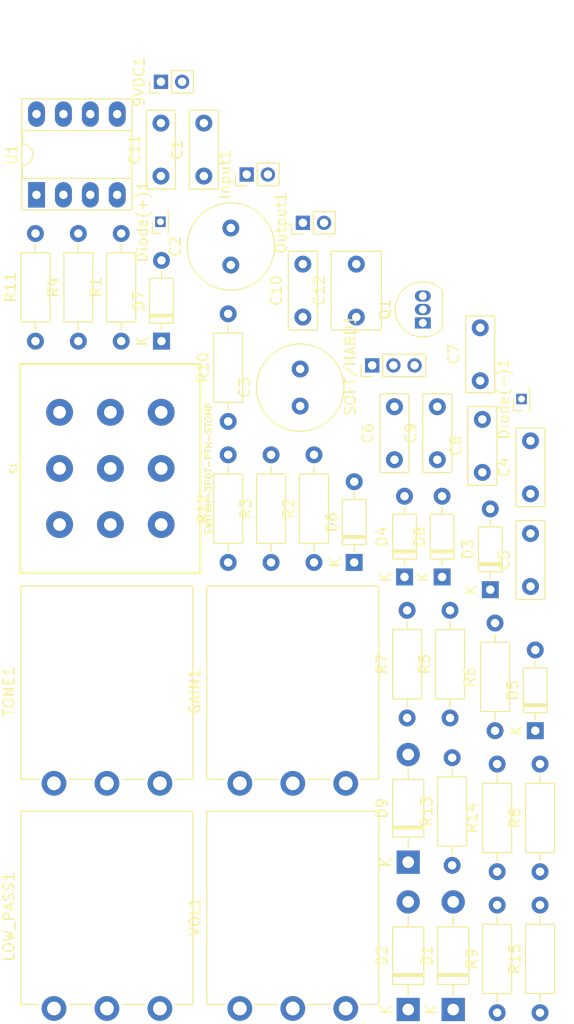
<source format=kicad_pcb>
(kicad_pcb (version 20171130) (host pcbnew "(5.1.8)-1")

  (general
    (thickness 1.6)
    (drawings 0)
    (tracks 0)
    (zones 0)
    (modules 49)
    (nets 33)
  )

  (page A4)
  (layers
    (0 F.Cu signal)
    (31 B.Cu signal)
    (32 B.Adhes user)
    (33 F.Adhes user)
    (34 B.Paste user)
    (35 F.Paste user)
    (36 B.SilkS user)
    (37 F.SilkS user)
    (38 B.Mask user)
    (39 F.Mask user)
    (40 Dwgs.User user)
    (41 Cmts.User user)
    (42 Eco1.User user)
    (43 Eco2.User user)
    (44 Edge.Cuts user)
    (45 Margin user)
    (46 B.CrtYd user)
    (47 F.CrtYd user)
    (48 B.Fab user)
    (49 F.Fab user)
  )

  (setup
    (last_trace_width 0.5)
    (trace_clearance 0.3)
    (zone_clearance 0.508)
    (zone_45_only no)
    (trace_min 0.2)
    (via_size 1.3)
    (via_drill 0.8)
    (via_min_size 0.4)
    (via_min_drill 0.3)
    (uvia_size 0.3)
    (uvia_drill 0.1)
    (uvias_allowed no)
    (uvia_min_size 0.2)
    (uvia_min_drill 0.1)
    (edge_width 0.05)
    (segment_width 0.2)
    (pcb_text_width 0.3)
    (pcb_text_size 1.5 1.5)
    (mod_edge_width 0.12)
    (mod_text_size 1 1)
    (mod_text_width 0.15)
    (pad_size 1.524 1.524)
    (pad_drill 0.762)
    (pad_to_mask_clearance 0)
    (aux_axis_origin 0 0)
    (visible_elements FFFFFF7F)
    (pcbplotparams
      (layerselection 0x010fc_ffffffff)
      (usegerberextensions false)
      (usegerberattributes true)
      (usegerberadvancedattributes true)
      (creategerberjobfile true)
      (excludeedgelayer true)
      (linewidth 0.100000)
      (plotframeref false)
      (viasonmask false)
      (mode 1)
      (useauxorigin false)
      (hpglpennumber 1)
      (hpglpenspeed 20)
      (hpglpendiameter 15.000000)
      (psnegative false)
      (psa4output false)
      (plotreference true)
      (plotvalue true)
      (plotinvisibletext false)
      (padsonsilk false)
      (subtractmaskfromsilk false)
      (outputformat 1)
      (mirror false)
      (drillshape 1)
      (scaleselection 1)
      (outputdirectory ""))
  )

  (net 0 "")
  (net 1 "Net-(9VDC1-Pad2)")
  (net 2 GND)
  (net 3 "Net-(C1-Pad2)")
  (net 4 "Net-(C1-Pad1)")
  (net 5 VB)
  (net 6 VCC)
  (net 7 "Net-(C4-Pad2)")
  (net 8 "Net-(C4-Pad1)")
  (net 9 "Net-(C5-Pad1)")
  (net 10 "Net-(C6-Pad2)")
  (net 11 "Net-(C6-Pad1)")
  (net 12 "Net-(C7-Pad2)")
  (net 13 "Net-(C7-Pad1)")
  (net 14 "Net-(C9-Pad2)")
  (net 15 "Net-(C10-Pad2)")
  (net 16 "Net-(C11-Pad2)")
  (net 17 "Net-(C11-Pad1)")
  (net 18 "Net-(C12-Pad1)")
  (net 19 "Net-(D3-Pad1)")
  (net 20 "Net-(D4-Pad2)")
  (net 21 "Net-(D7-Pad1)")
  (net 22 "Net-(Diode(+)1-Pad1)")
  (net 23 "Net-(Diode(-)1-Pad1)")
  (net 24 "Net-(GAIN1-Pad1)")
  (net 25 "Net-(Input1-Pad2)")
  (net 26 "Net-(Output1-Pad2)")
  (net 27 "Net-(R1-Pad2)")
  (net 28 "Net-(R10-Pad1)")
  (net 29 "Net-(R15-Pad2)")
  (net 30 "Net-(S1-PadP$3)")
  (net 31 "Net-(S1-PadP$4)")
  (net 32 "Net-(TONE1-Pad2)")

  (net_class Default "To jest domyślna klasa połączeń."
    (clearance 0.3)
    (trace_width 0.5)
    (via_dia 1.3)
    (via_drill 0.8)
    (uvia_dia 0.3)
    (uvia_drill 0.1)
    (add_net GND)
    (add_net "Net-(9VDC1-Pad2)")
    (add_net "Net-(C1-Pad1)")
    (add_net "Net-(C1-Pad2)")
    (add_net "Net-(C10-Pad2)")
    (add_net "Net-(C11-Pad1)")
    (add_net "Net-(C11-Pad2)")
    (add_net "Net-(C12-Pad1)")
    (add_net "Net-(C4-Pad1)")
    (add_net "Net-(C4-Pad2)")
    (add_net "Net-(C5-Pad1)")
    (add_net "Net-(C6-Pad1)")
    (add_net "Net-(C6-Pad2)")
    (add_net "Net-(C7-Pad1)")
    (add_net "Net-(C7-Pad2)")
    (add_net "Net-(C9-Pad2)")
    (add_net "Net-(D3-Pad1)")
    (add_net "Net-(D4-Pad2)")
    (add_net "Net-(D7-Pad1)")
    (add_net "Net-(Diode(+)1-Pad1)")
    (add_net "Net-(Diode(-)1-Pad1)")
    (add_net "Net-(GAIN1-Pad1)")
    (add_net "Net-(Input1-Pad2)")
    (add_net "Net-(Output1-Pad2)")
    (add_net "Net-(R1-Pad2)")
    (add_net "Net-(R10-Pad1)")
    (add_net "Net-(R15-Pad2)")
    (add_net "Net-(S1-PadP$3)")
    (add_net "Net-(S1-PadP$4)")
    (add_net "Net-(TONE1-Pad2)")
    (add_net VB)
    (add_net VCC)
  )

  (module Potentiometer_THT:Potentiometer_Piher_PC-16_Single_Vertical (layer F.Cu) (tedit 5A3D4993) (tstamp 6476902E)
    (at 256.845 120.49 90)
    (descr "Potentiometer, vertical, Piher PC-16 Single, http://www.piher-nacesa.com/pdf/20-PC16v03.pdf")
    (tags "Potentiometer vertical Piher PC-16 Single")
    (path /6478882B)
    (fp_text reference VOL1 (at 8.665 -14.25 90) (layer F.SilkS)
      (effects (font (size 1 1) (thickness 0.15)))
    )
    (fp_text value "50K LOG" (at 8.665 4.25 90) (layer F.Fab)
      (effects (font (size 1 1) (thickness 0.15)))
    )
    (fp_text user %R (at 1.5 -5) (layer F.Fab)
      (effects (font (size 1 1) (thickness 0.15)))
    )
    (fp_circle (center 10.5 -5) (end 13.5 -5) (layer F.Fab) (width 0.1))
    (fp_line (start 0.5 -13) (end 0.5 3) (layer F.Fab) (width 0.1))
    (fp_line (start 0.5 3) (end 18.5 3) (layer F.Fab) (width 0.1))
    (fp_line (start 18.5 3) (end 18.5 -13) (layer F.Fab) (width 0.1))
    (fp_line (start 18.5 -13) (end 0.5 -13) (layer F.Fab) (width 0.1))
    (fp_line (start 0.38 -13.12) (end 18.62 -13.12) (layer F.SilkS) (width 0.12))
    (fp_line (start 0.38 3.12) (end 18.62 3.12) (layer F.SilkS) (width 0.12))
    (fp_line (start 0.38 -13.12) (end 0.38 -11.426) (layer F.SilkS) (width 0.12))
    (fp_line (start 0.38 -8.574) (end 0.38 -6.425) (layer F.SilkS) (width 0.12))
    (fp_line (start 0.38 -3.575) (end 0.38 -1.425) (layer F.SilkS) (width 0.12))
    (fp_line (start 0.38 1.425) (end 0.38 3.12) (layer F.SilkS) (width 0.12))
    (fp_line (start 18.62 -13.12) (end 18.62 3.12) (layer F.SilkS) (width 0.12))
    (fp_line (start -1.45 -13.25) (end -1.45 3.25) (layer F.CrtYd) (width 0.05))
    (fp_line (start -1.45 3.25) (end 18.75 3.25) (layer F.CrtYd) (width 0.05))
    (fp_line (start 18.75 3.25) (end 18.75 -13.25) (layer F.CrtYd) (width 0.05))
    (fp_line (start 18.75 -13.25) (end -1.45 -13.25) (layer F.CrtYd) (width 0.05))
    (pad 1 thru_hole circle (at 0 0 90) (size 2.34 2.34) (drill 1.3) (layers *.Cu *.Mask)
      (net 2 GND))
    (pad 2 thru_hole circle (at 0 -5 90) (size 2.34 2.34) (drill 1.3) (layers *.Cu *.Mask)
      (net 31 "Net-(S1-PadP$4)"))
    (pad 3 thru_hole circle (at 0 -10 90) (size 2.34 2.34) (drill 1.3) (layers *.Cu *.Mask)
      (net 18 "Net-(C12-Pad1)"))
    (model ${KISYS3DMOD}/Potentiometer_THT.3dshapes/Potentiometer_Piher_PC-16_Single_Vertical.wrl
      (at (xyz 0 0 0))
      (scale (xyz 1 1 1))
      (rotate (xyz 0 0 0))
    )
  )

  (module Package_DIP:DIP-8_W7.62mm_Socket_LongPads (layer F.Cu) (tedit 5A02E8C5) (tstamp 64769016)
    (at 227.645 43.69 90)
    (descr "8-lead though-hole mounted DIP package, row spacing 7.62 mm (300 mils), Socket, LongPads")
    (tags "THT DIP DIL PDIP 2.54mm 7.62mm 300mil Socket LongPads")
    (path /6487B81C)
    (fp_text reference U1 (at 3.81 -2.33 90) (layer F.SilkS)
      (effects (font (size 1 1) (thickness 0.15)))
    )
    (fp_text value TL072 (at 3.81 9.95 90) (layer F.Fab)
      (effects (font (size 1 1) (thickness 0.15)))
    )
    (fp_text user %R (at 3.81 3.81 90) (layer F.Fab)
      (effects (font (size 1 1) (thickness 0.15)))
    )
    (fp_arc (start 3.81 -1.33) (end 2.81 -1.33) (angle -180) (layer F.SilkS) (width 0.12))
    (fp_line (start 1.635 -1.27) (end 6.985 -1.27) (layer F.Fab) (width 0.1))
    (fp_line (start 6.985 -1.27) (end 6.985 8.89) (layer F.Fab) (width 0.1))
    (fp_line (start 6.985 8.89) (end 0.635 8.89) (layer F.Fab) (width 0.1))
    (fp_line (start 0.635 8.89) (end 0.635 -0.27) (layer F.Fab) (width 0.1))
    (fp_line (start 0.635 -0.27) (end 1.635 -1.27) (layer F.Fab) (width 0.1))
    (fp_line (start -1.27 -1.33) (end -1.27 8.95) (layer F.Fab) (width 0.1))
    (fp_line (start -1.27 8.95) (end 8.89 8.95) (layer F.Fab) (width 0.1))
    (fp_line (start 8.89 8.95) (end 8.89 -1.33) (layer F.Fab) (width 0.1))
    (fp_line (start 8.89 -1.33) (end -1.27 -1.33) (layer F.Fab) (width 0.1))
    (fp_line (start 2.81 -1.33) (end 1.56 -1.33) (layer F.SilkS) (width 0.12))
    (fp_line (start 1.56 -1.33) (end 1.56 8.95) (layer F.SilkS) (width 0.12))
    (fp_line (start 1.56 8.95) (end 6.06 8.95) (layer F.SilkS) (width 0.12))
    (fp_line (start 6.06 8.95) (end 6.06 -1.33) (layer F.SilkS) (width 0.12))
    (fp_line (start 6.06 -1.33) (end 4.81 -1.33) (layer F.SilkS) (width 0.12))
    (fp_line (start -1.44 -1.39) (end -1.44 9.01) (layer F.SilkS) (width 0.12))
    (fp_line (start -1.44 9.01) (end 9.06 9.01) (layer F.SilkS) (width 0.12))
    (fp_line (start 9.06 9.01) (end 9.06 -1.39) (layer F.SilkS) (width 0.12))
    (fp_line (start 9.06 -1.39) (end -1.44 -1.39) (layer F.SilkS) (width 0.12))
    (fp_line (start -1.55 -1.6) (end -1.55 9.2) (layer F.CrtYd) (width 0.05))
    (fp_line (start -1.55 9.2) (end 9.15 9.2) (layer F.CrtYd) (width 0.05))
    (fp_line (start 9.15 9.2) (end 9.15 -1.6) (layer F.CrtYd) (width 0.05))
    (fp_line (start 9.15 -1.6) (end -1.55 -1.6) (layer F.CrtYd) (width 0.05))
    (pad 8 thru_hole oval (at 7.62 0 90) (size 2.4 1.6) (drill 0.8) (layers *.Cu *.Mask)
      (net 6 VCC))
    (pad 4 thru_hole oval (at 0 7.62 90) (size 2.4 1.6) (drill 0.8) (layers *.Cu *.Mask)
      (net 2 GND))
    (pad 7 thru_hole oval (at 7.62 2.54 90) (size 2.4 1.6) (drill 0.8) (layers *.Cu *.Mask)
      (net 16 "Net-(C11-Pad2)"))
    (pad 3 thru_hole oval (at 0 5.08 90) (size 2.4 1.6) (drill 0.8) (layers *.Cu *.Mask)
      (net 10 "Net-(C6-Pad2)"))
    (pad 6 thru_hole oval (at 7.62 5.08 90) (size 2.4 1.6) (drill 0.8) (layers *.Cu *.Mask)
      (net 17 "Net-(C11-Pad1)"))
    (pad 2 thru_hole oval (at 0 2.54 90) (size 2.4 1.6) (drill 0.8) (layers *.Cu *.Mask)
      (net 12 "Net-(C7-Pad2)"))
    (pad 5 thru_hole oval (at 7.62 7.62 90) (size 2.4 1.6) (drill 0.8) (layers *.Cu *.Mask)
      (net 32 "Net-(TONE1-Pad2)"))
    (pad 1 thru_hole rect (at 0 0 90) (size 2.4 1.6) (drill 0.8) (layers *.Cu *.Mask)
      (net 13 "Net-(C7-Pad1)"))
    (model ${KISYS3DMOD}/Package_DIP.3dshapes/DIP-8_W7.62mm_Socket.wrl
      (at (xyz 0 0 0))
      (scale (xyz 1 1 1))
      (rotate (xyz 0 0 0))
    )
  )

  (module Potentiometer_THT:Potentiometer_Piher_PC-16_Single_Vertical (layer F.Cu) (tedit 5A3D4993) (tstamp 64768FF2)
    (at 239.295 99.24 90)
    (descr "Potentiometer, vertical, Piher PC-16 Single, http://www.piher-nacesa.com/pdf/20-PC16v03.pdf")
    (tags "Potentiometer vertical Piher PC-16 Single")
    (path /64763F45)
    (fp_text reference TONE1 (at 8.665 -14.25 90) (layer F.SilkS)
      (effects (font (size 1 1) (thickness 0.15)))
    )
    (fp_text value "50K LIN" (at 8.665 4.25 90) (layer F.Fab)
      (effects (font (size 1 1) (thickness 0.15)))
    )
    (fp_text user %R (at 1.5 -5) (layer F.Fab)
      (effects (font (size 1 1) (thickness 0.15)))
    )
    (fp_circle (center 10.5 -5) (end 13.5 -5) (layer F.Fab) (width 0.1))
    (fp_line (start 0.5 -13) (end 0.5 3) (layer F.Fab) (width 0.1))
    (fp_line (start 0.5 3) (end 18.5 3) (layer F.Fab) (width 0.1))
    (fp_line (start 18.5 3) (end 18.5 -13) (layer F.Fab) (width 0.1))
    (fp_line (start 18.5 -13) (end 0.5 -13) (layer F.Fab) (width 0.1))
    (fp_line (start 0.38 -13.12) (end 18.62 -13.12) (layer F.SilkS) (width 0.12))
    (fp_line (start 0.38 3.12) (end 18.62 3.12) (layer F.SilkS) (width 0.12))
    (fp_line (start 0.38 -13.12) (end 0.38 -11.426) (layer F.SilkS) (width 0.12))
    (fp_line (start 0.38 -8.574) (end 0.38 -6.425) (layer F.SilkS) (width 0.12))
    (fp_line (start 0.38 -3.575) (end 0.38 -1.425) (layer F.SilkS) (width 0.12))
    (fp_line (start 0.38 1.425) (end 0.38 3.12) (layer F.SilkS) (width 0.12))
    (fp_line (start 18.62 -13.12) (end 18.62 3.12) (layer F.SilkS) (width 0.12))
    (fp_line (start -1.45 -13.25) (end -1.45 3.25) (layer F.CrtYd) (width 0.05))
    (fp_line (start -1.45 3.25) (end 18.75 3.25) (layer F.CrtYd) (width 0.05))
    (fp_line (start 18.75 3.25) (end 18.75 -13.25) (layer F.CrtYd) (width 0.05))
    (fp_line (start 18.75 -13.25) (end -1.45 -13.25) (layer F.CrtYd) (width 0.05))
    (pad 1 thru_hole circle (at 0 0 90) (size 2.34 2.34) (drill 1.3) (layers *.Cu *.Mask)
      (net 15 "Net-(C10-Pad2)"))
    (pad 2 thru_hole circle (at 0 -5 90) (size 2.34 2.34) (drill 1.3) (layers *.Cu *.Mask)
      (net 32 "Net-(TONE1-Pad2)"))
    (pad 3 thru_hole circle (at 0 -10 90) (size 2.34 2.34) (drill 1.3) (layers *.Cu *.Mask)
      (net 14 "Net-(C9-Pad2)"))
    (model ${KISYS3DMOD}/Potentiometer_THT.3dshapes/Potentiometer_Piher_PC-16_Single_Vertical.wrl
      (at (xyz 0 0 0))
      (scale (xyz 1 1 1))
      (rotate (xyz 0 0 0))
    )
  )

  (module Connector_PinHeader_2.00mm:PinHeader_1x03_P2.00mm_Vertical (layer F.Cu) (tedit 59FED667) (tstamp 64768FDA)
    (at 259.345 59.79 90)
    (descr "Through hole straight pin header, 1x03, 2.00mm pitch, single row")
    (tags "Through hole pin header THT 1x03 2.00mm single row")
    (path /6473A781)
    (fp_text reference SOFT/HARD1 (at 0 -2.06 90) (layer F.SilkS)
      (effects (font (size 1 1) (thickness 0.15)))
    )
    (fp_text value SW_SPDT (at 0 6.06 90) (layer F.Fab)
      (effects (font (size 1 1) (thickness 0.15)))
    )
    (fp_text user %R (at 0 2) (layer F.Fab)
      (effects (font (size 1 1) (thickness 0.15)))
    )
    (fp_line (start -0.5 -1) (end 1 -1) (layer F.Fab) (width 0.1))
    (fp_line (start 1 -1) (end 1 5) (layer F.Fab) (width 0.1))
    (fp_line (start 1 5) (end -1 5) (layer F.Fab) (width 0.1))
    (fp_line (start -1 5) (end -1 -0.5) (layer F.Fab) (width 0.1))
    (fp_line (start -1 -0.5) (end -0.5 -1) (layer F.Fab) (width 0.1))
    (fp_line (start -1.06 5.06) (end 1.06 5.06) (layer F.SilkS) (width 0.12))
    (fp_line (start -1.06 1) (end -1.06 5.06) (layer F.SilkS) (width 0.12))
    (fp_line (start 1.06 1) (end 1.06 5.06) (layer F.SilkS) (width 0.12))
    (fp_line (start -1.06 1) (end 1.06 1) (layer F.SilkS) (width 0.12))
    (fp_line (start -1.06 0) (end -1.06 -1.06) (layer F.SilkS) (width 0.12))
    (fp_line (start -1.06 -1.06) (end 0 -1.06) (layer F.SilkS) (width 0.12))
    (fp_line (start -1.5 -1.5) (end -1.5 5.5) (layer F.CrtYd) (width 0.05))
    (fp_line (start -1.5 5.5) (end 1.5 5.5) (layer F.CrtYd) (width 0.05))
    (fp_line (start 1.5 5.5) (end 1.5 -1.5) (layer F.CrtYd) (width 0.05))
    (fp_line (start 1.5 -1.5) (end -1.5 -1.5) (layer F.CrtYd) (width 0.05))
    (pad 3 thru_hole oval (at 0 4 90) (size 1.35 1.35) (drill 0.8) (layers *.Cu *.Mask)
      (net 28 "Net-(R10-Pad1)"))
    (pad 2 thru_hole oval (at 0 2 90) (size 1.35 1.35) (drill 0.8) (layers *.Cu *.Mask)
      (net 14 "Net-(C9-Pad2)"))
    (pad 1 thru_hole rect (at 0 0 90) (size 1.35 1.35) (drill 0.8) (layers *.Cu *.Mask)
      (net 21 "Net-(D7-Pad1)"))
    (model ${KISYS3DMOD}/Connector_PinHeader_2.00mm.3dshapes/PinHeader_1x03_P2.00mm_Vertical.wrl
      (at (xyz 0 0 0))
      (scale (xyz 1 1 1))
      (rotate (xyz 0 0 0))
    )
  )

  (module Switches:STOMP_SWITCH_3PDT (layer F.Cu) (tedit 200000) (tstamp 64768FC3)
    (at 234.62044 69.51582 90)
    (descr "3-POLE, DOUBLE-THROW (3PDT) STOMP SWITCH")
    (tags "3-POLE, DOUBLE-THROW (3PDT) STOMP SWITCH")
    (path /647E58DD)
    (attr virtual)
    (fp_text reference S1 (at 0 -9.144 90) (layer F.SilkS)
      (effects (font (size 0.6096 0.6096) (thickness 0.127)))
    )
    (fp_text value SWITCH-3PDT-PTH-STOMP (at 0 9.271 90) (layer F.SilkS)
      (effects (font (size 0.6096 0.6096) (thickness 0.127)))
    )
    (fp_line (start -9.84758 -8.49884) (end 9.84758 -8.49884) (layer F.SilkS) (width 0.2032))
    (fp_line (start 9.84758 -8.49884) (end 9.84758 8.49884) (layer F.SilkS) (width 0.2032))
    (fp_line (start 9.84758 8.49884) (end -9.84758 8.49884) (layer F.SilkS) (width 0.2032))
    (fp_line (start -9.84758 8.49884) (end -9.84758 -8.49884) (layer F.SilkS) (width 0.2032))
    (fp_line (start 0.99822 -5.99948) (end 0.99822 5.99948) (layer Dwgs.User) (width 0.127))
    (fp_line (start 0.99822 5.99948) (end -0.99822 5.99948) (layer Dwgs.User) (width 0.127))
    (fp_line (start -0.99822 5.99948) (end -0.99822 -5.99948) (layer Dwgs.User) (width 0.127))
    (fp_line (start -0.99822 -5.99948) (end 0.99822 -5.99948) (layer Dwgs.User) (width 0.127))
    (fp_line (start 6.2992 -5.99948) (end 4.29768 -5.99948) (layer Dwgs.User) (width 0.127))
    (fp_line (start 4.29768 -5.99948) (end 4.29768 5.99948) (layer Dwgs.User) (width 0.127))
    (fp_line (start 4.29768 5.99948) (end 6.2992 5.99948) (layer Dwgs.User) (width 0.127))
    (fp_line (start 6.2992 5.99948) (end 6.2992 -5.99948) (layer Dwgs.User) (width 0.127))
    (fp_line (start -6.2992 -5.99948) (end -6.2992 5.99948) (layer Dwgs.User) (width 0.127))
    (fp_line (start -6.2992 5.99948) (end -4.29768 5.99948) (layer Dwgs.User) (width 0.127))
    (fp_line (start -4.29768 5.99948) (end -4.29768 -5.99948) (layer Dwgs.User) (width 0.127))
    (fp_line (start -4.29768 -5.99948) (end -6.2992 -5.99948) (layer Dwgs.User) (width 0.127))
    (fp_circle (center 0 0) (end 0 -6.09854) (layer Dwgs.User) (width 0.127))
    (pad P$9 thru_hole circle (at 5.29844 4.79806 90) (size 2.54 2.54) (drill 1.19888) (layers *.Cu *.Mask)
      (net 29 "Net-(R15-Pad2)") (solder_mask_margin 0.1016))
    (pad P$8 thru_hole circle (at 5.29844 0 90) (size 2.54 2.54) (drill 1.19888) (layers *.Cu *.Mask)
      (net 2 GND) (solder_mask_margin 0.1016))
    (pad P$7 thru_hole circle (at 5.29844 -4.79806 90) (size 2.54 2.54) (drill 1.19888) (layers *.Cu *.Mask)
      (net 23 "Net-(Diode(-)1-Pad1)") (solder_mask_margin 0.1016))
    (pad P$6 thru_hole circle (at 0 4.79806 90) (size 2.54 2.54) (drill 1.19888) (layers *.Cu *.Mask)
      (net 30 "Net-(S1-PadP$3)") (solder_mask_margin 0.1016))
    (pad P$5 thru_hole circle (at 0 0 90) (size 2.54 2.54) (drill 1.19888) (layers *.Cu *.Mask)
      (net 26 "Net-(Output1-Pad2)") (solder_mask_margin 0.1016))
    (pad P$4 thru_hole circle (at 0 -4.79806 90) (size 2.54 2.54) (drill 1.19888) (layers *.Cu *.Mask)
      (net 31 "Net-(S1-PadP$4)") (solder_mask_margin 0.1016))
    (pad P$3 thru_hole circle (at -5.29844 4.79806 90) (size 2.54 2.54) (drill 1.19888) (layers *.Cu *.Mask)
      (net 30 "Net-(S1-PadP$3)") (solder_mask_margin 0.1016))
    (pad P$2 thru_hole circle (at -5.29844 0 90) (size 2.54 2.54) (drill 1.19888) (layers *.Cu *.Mask)
      (net 25 "Net-(Input1-Pad2)") (solder_mask_margin 0.1016))
    (pad P$1 thru_hole circle (at -5.29844 -4.79806 90) (size 2.54 2.54) (drill 1.19888) (layers *.Cu *.Mask)
      (net 27 "Net-(R1-Pad2)") (solder_mask_margin 0.1016))
  )

  (module Resistor_THT:R_Axial_DIN0207_L6.3mm_D2.5mm_P10.16mm_Horizontal (layer F.Cu) (tedit 5AE5139B) (tstamp 64768FA5)
    (at 275.195 120.89 90)
    (descr "Resistor, Axial_DIN0207 series, Axial, Horizontal, pin pitch=10.16mm, 0.25W = 1/4W, length*diameter=6.3*2.5mm^2, http://cdn-reichelt.de/documents/datenblatt/B400/1_4W%23YAG.pdf")
    (tags "Resistor Axial_DIN0207 series Axial Horizontal pin pitch 10.16mm 0.25W = 1/4W length 6.3mm diameter 2.5mm")
    (path /647C9497)
    (fp_text reference R15 (at 5.08 -2.37 90) (layer F.SilkS)
      (effects (font (size 1 1) (thickness 0.15)))
    )
    (fp_text value 10K (at 5.08 2.37 90) (layer F.Fab)
      (effects (font (size 1 1) (thickness 0.15)))
    )
    (fp_text user %R (at 5.08 0 90) (layer F.Fab)
      (effects (font (size 1 1) (thickness 0.15)))
    )
    (fp_line (start 1.93 -1.25) (end 1.93 1.25) (layer F.Fab) (width 0.1))
    (fp_line (start 1.93 1.25) (end 8.23 1.25) (layer F.Fab) (width 0.1))
    (fp_line (start 8.23 1.25) (end 8.23 -1.25) (layer F.Fab) (width 0.1))
    (fp_line (start 8.23 -1.25) (end 1.93 -1.25) (layer F.Fab) (width 0.1))
    (fp_line (start 0 0) (end 1.93 0) (layer F.Fab) (width 0.1))
    (fp_line (start 10.16 0) (end 8.23 0) (layer F.Fab) (width 0.1))
    (fp_line (start 1.81 -1.37) (end 1.81 1.37) (layer F.SilkS) (width 0.12))
    (fp_line (start 1.81 1.37) (end 8.35 1.37) (layer F.SilkS) (width 0.12))
    (fp_line (start 8.35 1.37) (end 8.35 -1.37) (layer F.SilkS) (width 0.12))
    (fp_line (start 8.35 -1.37) (end 1.81 -1.37) (layer F.SilkS) (width 0.12))
    (fp_line (start 1.04 0) (end 1.81 0) (layer F.SilkS) (width 0.12))
    (fp_line (start 9.12 0) (end 8.35 0) (layer F.SilkS) (width 0.12))
    (fp_line (start -1.05 -1.5) (end -1.05 1.5) (layer F.CrtYd) (width 0.05))
    (fp_line (start -1.05 1.5) (end 11.21 1.5) (layer F.CrtYd) (width 0.05))
    (fp_line (start 11.21 1.5) (end 11.21 -1.5) (layer F.CrtYd) (width 0.05))
    (fp_line (start 11.21 -1.5) (end -1.05 -1.5) (layer F.CrtYd) (width 0.05))
    (pad 2 thru_hole oval (at 10.16 0 90) (size 1.6 1.6) (drill 0.8) (layers *.Cu *.Mask)
      (net 29 "Net-(R15-Pad2)"))
    (pad 1 thru_hole circle (at 0 0 90) (size 1.6 1.6) (drill 0.8) (layers *.Cu *.Mask)
      (net 27 "Net-(R1-Pad2)"))
    (model ${KISYS3DMOD}/Resistor_THT.3dshapes/R_Axial_DIN0207_L6.3mm_D2.5mm_P10.16mm_Horizontal.wrl
      (at (xyz 0 0 0))
      (scale (xyz 1 1 1))
      (rotate (xyz 0 0 0))
    )
  )

  (module Resistor_THT:R_Axial_DIN0207_L6.3mm_D2.5mm_P10.16mm_Horizontal (layer F.Cu) (tedit 5AE5139B) (tstamp 64768F8E)
    (at 271.145 107.58 90)
    (descr "Resistor, Axial_DIN0207 series, Axial, Horizontal, pin pitch=10.16mm, 0.25W = 1/4W, length*diameter=6.3*2.5mm^2, http://cdn-reichelt.de/documents/datenblatt/B400/1_4W%23YAG.pdf")
    (tags "Resistor Axial_DIN0207 series Axial Horizontal pin pitch 10.16mm 0.25W = 1/4W length 6.3mm diameter 2.5mm")
    (path /647B6C86)
    (fp_text reference R14 (at 5.08 -2.37 90) (layer F.SilkS)
      (effects (font (size 1 1) (thickness 0.15)))
    )
    (fp_text value 2K (at 5.08 2.37 90) (layer F.Fab)
      (effects (font (size 1 1) (thickness 0.15)))
    )
    (fp_text user %R (at 5.08 0 90) (layer F.Fab)
      (effects (font (size 1 1) (thickness 0.15)))
    )
    (fp_line (start 1.93 -1.25) (end 1.93 1.25) (layer F.Fab) (width 0.1))
    (fp_line (start 1.93 1.25) (end 8.23 1.25) (layer F.Fab) (width 0.1))
    (fp_line (start 8.23 1.25) (end 8.23 -1.25) (layer F.Fab) (width 0.1))
    (fp_line (start 8.23 -1.25) (end 1.93 -1.25) (layer F.Fab) (width 0.1))
    (fp_line (start 0 0) (end 1.93 0) (layer F.Fab) (width 0.1))
    (fp_line (start 10.16 0) (end 8.23 0) (layer F.Fab) (width 0.1))
    (fp_line (start 1.81 -1.37) (end 1.81 1.37) (layer F.SilkS) (width 0.12))
    (fp_line (start 1.81 1.37) (end 8.35 1.37) (layer F.SilkS) (width 0.12))
    (fp_line (start 8.35 1.37) (end 8.35 -1.37) (layer F.SilkS) (width 0.12))
    (fp_line (start 8.35 -1.37) (end 1.81 -1.37) (layer F.SilkS) (width 0.12))
    (fp_line (start 1.04 0) (end 1.81 0) (layer F.SilkS) (width 0.12))
    (fp_line (start 9.12 0) (end 8.35 0) (layer F.SilkS) (width 0.12))
    (fp_line (start -1.05 -1.5) (end -1.05 1.5) (layer F.CrtYd) (width 0.05))
    (fp_line (start -1.05 1.5) (end 11.21 1.5) (layer F.CrtYd) (width 0.05))
    (fp_line (start 11.21 1.5) (end 11.21 -1.5) (layer F.CrtYd) (width 0.05))
    (fp_line (start 11.21 -1.5) (end -1.05 -1.5) (layer F.CrtYd) (width 0.05))
    (pad 2 thru_hole oval (at 10.16 0 90) (size 1.6 1.6) (drill 0.8) (layers *.Cu *.Mask)
      (net 22 "Net-(Diode(+)1-Pad1)"))
    (pad 1 thru_hole circle (at 0 0 90) (size 1.6 1.6) (drill 0.8) (layers *.Cu *.Mask)
      (net 6 VCC))
    (model ${KISYS3DMOD}/Resistor_THT.3dshapes/R_Axial_DIN0207_L6.3mm_D2.5mm_P10.16mm_Horizontal.wrl
      (at (xyz 0 0 0))
      (scale (xyz 1 1 1))
      (rotate (xyz 0 0 0))
    )
  )

  (module Resistor_THT:R_Axial_DIN0207_L6.3mm_D2.5mm_P10.16mm_Horizontal (layer F.Cu) (tedit 5AE5139B) (tstamp 64768F77)
    (at 266.895 106.98 90)
    (descr "Resistor, Axial_DIN0207 series, Axial, Horizontal, pin pitch=10.16mm, 0.25W = 1/4W, length*diameter=6.3*2.5mm^2, http://cdn-reichelt.de/documents/datenblatt/B400/1_4W%23YAG.pdf")
    (tags "Resistor Axial_DIN0207 series Axial Horizontal pin pitch 10.16mm 0.25W = 1/4W length 6.3mm diameter 2.5mm")
    (path /64772723)
    (fp_text reference R13 (at 5.08 -2.37 90) (layer F.SilkS)
      (effects (font (size 1 1) (thickness 0.15)))
    )
    (fp_text value 10K (at 5.08 2.37 90) (layer F.Fab)
      (effects (font (size 1 1) (thickness 0.15)))
    )
    (fp_text user %R (at 5.08 0 90) (layer F.Fab)
      (effects (font (size 1 1) (thickness 0.15)))
    )
    (fp_line (start 1.93 -1.25) (end 1.93 1.25) (layer F.Fab) (width 0.1))
    (fp_line (start 1.93 1.25) (end 8.23 1.25) (layer F.Fab) (width 0.1))
    (fp_line (start 8.23 1.25) (end 8.23 -1.25) (layer F.Fab) (width 0.1))
    (fp_line (start 8.23 -1.25) (end 1.93 -1.25) (layer F.Fab) (width 0.1))
    (fp_line (start 0 0) (end 1.93 0) (layer F.Fab) (width 0.1))
    (fp_line (start 10.16 0) (end 8.23 0) (layer F.Fab) (width 0.1))
    (fp_line (start 1.81 -1.37) (end 1.81 1.37) (layer F.SilkS) (width 0.12))
    (fp_line (start 1.81 1.37) (end 8.35 1.37) (layer F.SilkS) (width 0.12))
    (fp_line (start 8.35 1.37) (end 8.35 -1.37) (layer F.SilkS) (width 0.12))
    (fp_line (start 8.35 -1.37) (end 1.81 -1.37) (layer F.SilkS) (width 0.12))
    (fp_line (start 1.04 0) (end 1.81 0) (layer F.SilkS) (width 0.12))
    (fp_line (start 9.12 0) (end 8.35 0) (layer F.SilkS) (width 0.12))
    (fp_line (start -1.05 -1.5) (end -1.05 1.5) (layer F.CrtYd) (width 0.05))
    (fp_line (start -1.05 1.5) (end 11.21 1.5) (layer F.CrtYd) (width 0.05))
    (fp_line (start 11.21 1.5) (end 11.21 -1.5) (layer F.CrtYd) (width 0.05))
    (fp_line (start 11.21 -1.5) (end -1.05 -1.5) (layer F.CrtYd) (width 0.05))
    (pad 2 thru_hole oval (at 10.16 0 90) (size 1.6 1.6) (drill 0.8) (layers *.Cu *.Mask)
      (net 16 "Net-(C11-Pad2)"))
    (pad 1 thru_hole circle (at 0 0 90) (size 1.6 1.6) (drill 0.8) (layers *.Cu *.Mask)
      (net 17 "Net-(C11-Pad1)"))
    (model ${KISYS3DMOD}/Resistor_THT.3dshapes/R_Axial_DIN0207_L6.3mm_D2.5mm_P10.16mm_Horizontal.wrl
      (at (xyz 0 0 0))
      (scale (xyz 1 1 1))
      (rotate (xyz 0 0 0))
    )
  )

  (module Resistor_THT:R_Axial_DIN0207_L6.3mm_D2.5mm_P10.16mm_Horizontal (layer F.Cu) (tedit 5AE5139B) (tstamp 64768F60)
    (at 245.745 78.39 90)
    (descr "Resistor, Axial_DIN0207 series, Axial, Horizontal, pin pitch=10.16mm, 0.25W = 1/4W, length*diameter=6.3*2.5mm^2, http://cdn-reichelt.de/documents/datenblatt/B400/1_4W%23YAG.pdf")
    (tags "Resistor Axial_DIN0207 series Axial Horizontal pin pitch 10.16mm 0.25W = 1/4W length 6.3mm diameter 2.5mm")
    (path /64777F22)
    (fp_text reference R12 (at 5.08 -2.37 90) (layer F.SilkS)
      (effects (font (size 1 1) (thickness 0.15)))
    )
    (fp_text value 10K (at 5.08 2.37 90) (layer F.Fab)
      (effects (font (size 1 1) (thickness 0.15)))
    )
    (fp_text user %R (at 5.08 0 90) (layer F.Fab)
      (effects (font (size 1 1) (thickness 0.15)))
    )
    (fp_line (start 1.93 -1.25) (end 1.93 1.25) (layer F.Fab) (width 0.1))
    (fp_line (start 1.93 1.25) (end 8.23 1.25) (layer F.Fab) (width 0.1))
    (fp_line (start 8.23 1.25) (end 8.23 -1.25) (layer F.Fab) (width 0.1))
    (fp_line (start 8.23 -1.25) (end 1.93 -1.25) (layer F.Fab) (width 0.1))
    (fp_line (start 0 0) (end 1.93 0) (layer F.Fab) (width 0.1))
    (fp_line (start 10.16 0) (end 8.23 0) (layer F.Fab) (width 0.1))
    (fp_line (start 1.81 -1.37) (end 1.81 1.37) (layer F.SilkS) (width 0.12))
    (fp_line (start 1.81 1.37) (end 8.35 1.37) (layer F.SilkS) (width 0.12))
    (fp_line (start 8.35 1.37) (end 8.35 -1.37) (layer F.SilkS) (width 0.12))
    (fp_line (start 8.35 -1.37) (end 1.81 -1.37) (layer F.SilkS) (width 0.12))
    (fp_line (start 1.04 0) (end 1.81 0) (layer F.SilkS) (width 0.12))
    (fp_line (start 9.12 0) (end 8.35 0) (layer F.SilkS) (width 0.12))
    (fp_line (start -1.05 -1.5) (end -1.05 1.5) (layer F.CrtYd) (width 0.05))
    (fp_line (start -1.05 1.5) (end 11.21 1.5) (layer F.CrtYd) (width 0.05))
    (fp_line (start 11.21 1.5) (end 11.21 -1.5) (layer F.CrtYd) (width 0.05))
    (fp_line (start 11.21 -1.5) (end -1.05 -1.5) (layer F.CrtYd) (width 0.05))
    (pad 2 thru_hole oval (at 10.16 0 90) (size 1.6 1.6) (drill 0.8) (layers *.Cu *.Mask)
      (net 17 "Net-(C11-Pad1)"))
    (pad 1 thru_hole circle (at 0 0 90) (size 1.6 1.6) (drill 0.8) (layers *.Cu *.Mask)
      (net 5 VB))
    (model ${KISYS3DMOD}/Resistor_THT.3dshapes/R_Axial_DIN0207_L6.3mm_D2.5mm_P10.16mm_Horizontal.wrl
      (at (xyz 0 0 0))
      (scale (xyz 1 1 1))
      (rotate (xyz 0 0 0))
    )
  )

  (module Resistor_THT:R_Axial_DIN0207_L6.3mm_D2.5mm_P10.16mm_Horizontal (layer F.Cu) (tedit 5AE5139B) (tstamp 64768F49)
    (at 227.545 57.5 90)
    (descr "Resistor, Axial_DIN0207 series, Axial, Horizontal, pin pitch=10.16mm, 0.25W = 1/4W, length*diameter=6.3*2.5mm^2, http://cdn-reichelt.de/documents/datenblatt/B400/1_4W%23YAG.pdf")
    (tags "Resistor Axial_DIN0207 series Axial Horizontal pin pitch 10.16mm 0.25W = 1/4W length 6.3mm diameter 2.5mm")
    (path /64738817)
    (fp_text reference R11 (at 5.08 -2.37 90) (layer F.SilkS)
      (effects (font (size 1 1) (thickness 0.15)))
    )
    (fp_text value 4,7K (at 5.08 2.37 90) (layer F.Fab)
      (effects (font (size 1 1) (thickness 0.15)))
    )
    (fp_text user %R (at 5.08 0 90) (layer F.Fab)
      (effects (font (size 1 1) (thickness 0.15)))
    )
    (fp_line (start 1.93 -1.25) (end 1.93 1.25) (layer F.Fab) (width 0.1))
    (fp_line (start 1.93 1.25) (end 8.23 1.25) (layer F.Fab) (width 0.1))
    (fp_line (start 8.23 1.25) (end 8.23 -1.25) (layer F.Fab) (width 0.1))
    (fp_line (start 8.23 -1.25) (end 1.93 -1.25) (layer F.Fab) (width 0.1))
    (fp_line (start 0 0) (end 1.93 0) (layer F.Fab) (width 0.1))
    (fp_line (start 10.16 0) (end 8.23 0) (layer F.Fab) (width 0.1))
    (fp_line (start 1.81 -1.37) (end 1.81 1.37) (layer F.SilkS) (width 0.12))
    (fp_line (start 1.81 1.37) (end 8.35 1.37) (layer F.SilkS) (width 0.12))
    (fp_line (start 8.35 1.37) (end 8.35 -1.37) (layer F.SilkS) (width 0.12))
    (fp_line (start 8.35 -1.37) (end 1.81 -1.37) (layer F.SilkS) (width 0.12))
    (fp_line (start 1.04 0) (end 1.81 0) (layer F.SilkS) (width 0.12))
    (fp_line (start 9.12 0) (end 8.35 0) (layer F.SilkS) (width 0.12))
    (fp_line (start -1.05 -1.5) (end -1.05 1.5) (layer F.CrtYd) (width 0.05))
    (fp_line (start -1.05 1.5) (end 11.21 1.5) (layer F.CrtYd) (width 0.05))
    (fp_line (start 11.21 1.5) (end 11.21 -1.5) (layer F.CrtYd) (width 0.05))
    (fp_line (start 11.21 -1.5) (end -1.05 -1.5) (layer F.CrtYd) (width 0.05))
    (pad 2 thru_hole oval (at 10.16 0 90) (size 1.6 1.6) (drill 0.8) (layers *.Cu *.Mask)
      (net 14 "Net-(C9-Pad2)"))
    (pad 1 thru_hole circle (at 0 0 90) (size 1.6 1.6) (drill 0.8) (layers *.Cu *.Mask)
      (net 13 "Net-(C7-Pad1)"))
    (model ${KISYS3DMOD}/Resistor_THT.3dshapes/R_Axial_DIN0207_L6.3mm_D2.5mm_P10.16mm_Horizontal.wrl
      (at (xyz 0 0 0))
      (scale (xyz 1 1 1))
      (rotate (xyz 0 0 0))
    )
  )

  (module Resistor_THT:R_Axial_DIN0207_L6.3mm_D2.5mm_P10.16mm_Horizontal (layer F.Cu) (tedit 5AE5139B) (tstamp 64768F32)
    (at 245.745 65.08 90)
    (descr "Resistor, Axial_DIN0207 series, Axial, Horizontal, pin pitch=10.16mm, 0.25W = 1/4W, length*diameter=6.3*2.5mm^2, http://cdn-reichelt.de/documents/datenblatt/B400/1_4W%23YAG.pdf")
    (tags "Resistor Axial_DIN0207 series Axial Horizontal pin pitch 10.16mm 0.25W = 1/4W length 6.3mm diameter 2.5mm")
    (path /6473C5DD)
    (fp_text reference R10 (at 5.08 -2.37 90) (layer F.SilkS)
      (effects (font (size 1 1) (thickness 0.15)))
    )
    (fp_text value 6,8K (at 5.08 2.37 90) (layer F.Fab)
      (effects (font (size 1 1) (thickness 0.15)))
    )
    (fp_text user %R (at 5.08 0 90) (layer F.Fab)
      (effects (font (size 1 1) (thickness 0.15)))
    )
    (fp_line (start 1.93 -1.25) (end 1.93 1.25) (layer F.Fab) (width 0.1))
    (fp_line (start 1.93 1.25) (end 8.23 1.25) (layer F.Fab) (width 0.1))
    (fp_line (start 8.23 1.25) (end 8.23 -1.25) (layer F.Fab) (width 0.1))
    (fp_line (start 8.23 -1.25) (end 1.93 -1.25) (layer F.Fab) (width 0.1))
    (fp_line (start 0 0) (end 1.93 0) (layer F.Fab) (width 0.1))
    (fp_line (start 10.16 0) (end 8.23 0) (layer F.Fab) (width 0.1))
    (fp_line (start 1.81 -1.37) (end 1.81 1.37) (layer F.SilkS) (width 0.12))
    (fp_line (start 1.81 1.37) (end 8.35 1.37) (layer F.SilkS) (width 0.12))
    (fp_line (start 8.35 1.37) (end 8.35 -1.37) (layer F.SilkS) (width 0.12))
    (fp_line (start 8.35 -1.37) (end 1.81 -1.37) (layer F.SilkS) (width 0.12))
    (fp_line (start 1.04 0) (end 1.81 0) (layer F.SilkS) (width 0.12))
    (fp_line (start 9.12 0) (end 8.35 0) (layer F.SilkS) (width 0.12))
    (fp_line (start -1.05 -1.5) (end -1.05 1.5) (layer F.CrtYd) (width 0.05))
    (fp_line (start -1.05 1.5) (end 11.21 1.5) (layer F.CrtYd) (width 0.05))
    (fp_line (start 11.21 1.5) (end 11.21 -1.5) (layer F.CrtYd) (width 0.05))
    (fp_line (start 11.21 -1.5) (end -1.05 -1.5) (layer F.CrtYd) (width 0.05))
    (pad 2 thru_hole oval (at 10.16 0 90) (size 1.6 1.6) (drill 0.8) (layers *.Cu *.Mask)
      (net 5 VB))
    (pad 1 thru_hole circle (at 0 0 90) (size 1.6 1.6) (drill 0.8) (layers *.Cu *.Mask)
      (net 28 "Net-(R10-Pad1)"))
    (model ${KISYS3DMOD}/Resistor_THT.3dshapes/R_Axial_DIN0207_L6.3mm_D2.5mm_P10.16mm_Horizontal.wrl
      (at (xyz 0 0 0))
      (scale (xyz 1 1 1))
      (rotate (xyz 0 0 0))
    )
  )

  (module Resistor_THT:R_Axial_DIN0207_L6.3mm_D2.5mm_P10.16mm_Horizontal (layer F.Cu) (tedit 5AE5139B) (tstamp 64768F1B)
    (at 271.145 120.89 90)
    (descr "Resistor, Axial_DIN0207 series, Axial, Horizontal, pin pitch=10.16mm, 0.25W = 1/4W, length*diameter=6.3*2.5mm^2, http://cdn-reichelt.de/documents/datenblatt/B400/1_4W%23YAG.pdf")
    (tags "Resistor Axial_DIN0207 series Axial Horizontal pin pitch 10.16mm 0.25W = 1/4W length 6.3mm diameter 2.5mm")
    (path /64713DE9)
    (fp_text reference R9 (at 5.08 -2.37 90) (layer F.SilkS)
      (effects (font (size 1 1) (thickness 0.15)))
    )
    (fp_text value 560K (at 5.08 2.37 90) (layer F.Fab)
      (effects (font (size 1 1) (thickness 0.15)))
    )
    (fp_text user %R (at 5.08 0 90) (layer F.Fab)
      (effects (font (size 1 1) (thickness 0.15)))
    )
    (fp_line (start 1.93 -1.25) (end 1.93 1.25) (layer F.Fab) (width 0.1))
    (fp_line (start 1.93 1.25) (end 8.23 1.25) (layer F.Fab) (width 0.1))
    (fp_line (start 8.23 1.25) (end 8.23 -1.25) (layer F.Fab) (width 0.1))
    (fp_line (start 8.23 -1.25) (end 1.93 -1.25) (layer F.Fab) (width 0.1))
    (fp_line (start 0 0) (end 1.93 0) (layer F.Fab) (width 0.1))
    (fp_line (start 10.16 0) (end 8.23 0) (layer F.Fab) (width 0.1))
    (fp_line (start 1.81 -1.37) (end 1.81 1.37) (layer F.SilkS) (width 0.12))
    (fp_line (start 1.81 1.37) (end 8.35 1.37) (layer F.SilkS) (width 0.12))
    (fp_line (start 8.35 1.37) (end 8.35 -1.37) (layer F.SilkS) (width 0.12))
    (fp_line (start 8.35 -1.37) (end 1.81 -1.37) (layer F.SilkS) (width 0.12))
    (fp_line (start 1.04 0) (end 1.81 0) (layer F.SilkS) (width 0.12))
    (fp_line (start 9.12 0) (end 8.35 0) (layer F.SilkS) (width 0.12))
    (fp_line (start -1.05 -1.5) (end -1.05 1.5) (layer F.CrtYd) (width 0.05))
    (fp_line (start -1.05 1.5) (end 11.21 1.5) (layer F.CrtYd) (width 0.05))
    (fp_line (start 11.21 1.5) (end 11.21 -1.5) (layer F.CrtYd) (width 0.05))
    (fp_line (start 11.21 -1.5) (end -1.05 -1.5) (layer F.CrtYd) (width 0.05))
    (pad 2 thru_hole oval (at 10.16 0 90) (size 1.6 1.6) (drill 0.8) (layers *.Cu *.Mask)
      (net 11 "Net-(C6-Pad1)"))
    (pad 1 thru_hole circle (at 0 0 90) (size 1.6 1.6) (drill 0.8) (layers *.Cu *.Mask)
      (net 2 GND))
    (model ${KISYS3DMOD}/Resistor_THT.3dshapes/R_Axial_DIN0207_L6.3mm_D2.5mm_P10.16mm_Horizontal.wrl
      (at (xyz 0 0 0))
      (scale (xyz 1 1 1))
      (rotate (xyz 0 0 0))
    )
  )

  (module Resistor_THT:R_Axial_DIN0207_L6.3mm_D2.5mm_P10.16mm_Horizontal (layer F.Cu) (tedit 5AE5139B) (tstamp 64768F04)
    (at 275.195 107.58 90)
    (descr "Resistor, Axial_DIN0207 series, Axial, Horizontal, pin pitch=10.16mm, 0.25W = 1/4W, length*diameter=6.3*2.5mm^2, http://cdn-reichelt.de/documents/datenblatt/B400/1_4W%23YAG.pdf")
    (tags "Resistor Axial_DIN0207 series Axial Horizontal pin pitch 10.16mm 0.25W = 1/4W length 6.3mm diameter 2.5mm")
    (path /64728D15)
    (fp_text reference R8 (at 5.08 -2.37 90) (layer F.SilkS)
      (effects (font (size 1 1) (thickness 0.15)))
    )
    (fp_text value 39K (at 5.08 2.37 90) (layer F.Fab)
      (effects (font (size 1 1) (thickness 0.15)))
    )
    (fp_text user %R (at 5.08 0 90) (layer F.Fab)
      (effects (font (size 1 1) (thickness 0.15)))
    )
    (fp_line (start 1.93 -1.25) (end 1.93 1.25) (layer F.Fab) (width 0.1))
    (fp_line (start 1.93 1.25) (end 8.23 1.25) (layer F.Fab) (width 0.1))
    (fp_line (start 8.23 1.25) (end 8.23 -1.25) (layer F.Fab) (width 0.1))
    (fp_line (start 8.23 -1.25) (end 1.93 -1.25) (layer F.Fab) (width 0.1))
    (fp_line (start 0 0) (end 1.93 0) (layer F.Fab) (width 0.1))
    (fp_line (start 10.16 0) (end 8.23 0) (layer F.Fab) (width 0.1))
    (fp_line (start 1.81 -1.37) (end 1.81 1.37) (layer F.SilkS) (width 0.12))
    (fp_line (start 1.81 1.37) (end 8.35 1.37) (layer F.SilkS) (width 0.12))
    (fp_line (start 8.35 1.37) (end 8.35 -1.37) (layer F.SilkS) (width 0.12))
    (fp_line (start 8.35 -1.37) (end 1.81 -1.37) (layer F.SilkS) (width 0.12))
    (fp_line (start 1.04 0) (end 1.81 0) (layer F.SilkS) (width 0.12))
    (fp_line (start 9.12 0) (end 8.35 0) (layer F.SilkS) (width 0.12))
    (fp_line (start -1.05 -1.5) (end -1.05 1.5) (layer F.CrtYd) (width 0.05))
    (fp_line (start -1.05 1.5) (end 11.21 1.5) (layer F.CrtYd) (width 0.05))
    (fp_line (start 11.21 1.5) (end 11.21 -1.5) (layer F.CrtYd) (width 0.05))
    (fp_line (start 11.21 -1.5) (end -1.05 -1.5) (layer F.CrtYd) (width 0.05))
    (pad 2 thru_hole oval (at 10.16 0 90) (size 1.6 1.6) (drill 0.8) (layers *.Cu *.Mask)
      (net 24 "Net-(GAIN1-Pad1)"))
    (pad 1 thru_hole circle (at 0 0 90) (size 1.6 1.6) (drill 0.8) (layers *.Cu *.Mask)
      (net 12 "Net-(C7-Pad2)"))
    (model ${KISYS3DMOD}/Resistor_THT.3dshapes/R_Axial_DIN0207_L6.3mm_D2.5mm_P10.16mm_Horizontal.wrl
      (at (xyz 0 0 0))
      (scale (xyz 1 1 1))
      (rotate (xyz 0 0 0))
    )
  )

  (module Resistor_THT:R_Axial_DIN0207_L6.3mm_D2.5mm_P10.16mm_Horizontal (layer F.Cu) (tedit 5AE5139B) (tstamp 64768EED)
    (at 262.645 93.07 90)
    (descr "Resistor, Axial_DIN0207 series, Axial, Horizontal, pin pitch=10.16mm, 0.25W = 1/4W, length*diameter=6.3*2.5mm^2, http://cdn-reichelt.de/documents/datenblatt/B400/1_4W%23YAG.pdf")
    (tags "Resistor Axial_DIN0207 series Axial Horizontal pin pitch 10.16mm 0.25W = 1/4W length 6.3mm diameter 2.5mm")
    (path /647126AC)
    (fp_text reference R7 (at 5.08 -2.37 90) (layer F.SilkS)
      (effects (font (size 1 1) (thickness 0.15)))
    )
    (fp_text value 39K (at 5.08 2.37 90) (layer F.Fab)
      (effects (font (size 1 1) (thickness 0.15)))
    )
    (fp_text user %R (at 5.08 0 90) (layer F.Fab)
      (effects (font (size 1 1) (thickness 0.15)))
    )
    (fp_line (start 1.93 -1.25) (end 1.93 1.25) (layer F.Fab) (width 0.1))
    (fp_line (start 1.93 1.25) (end 8.23 1.25) (layer F.Fab) (width 0.1))
    (fp_line (start 8.23 1.25) (end 8.23 -1.25) (layer F.Fab) (width 0.1))
    (fp_line (start 8.23 -1.25) (end 1.93 -1.25) (layer F.Fab) (width 0.1))
    (fp_line (start 0 0) (end 1.93 0) (layer F.Fab) (width 0.1))
    (fp_line (start 10.16 0) (end 8.23 0) (layer F.Fab) (width 0.1))
    (fp_line (start 1.81 -1.37) (end 1.81 1.37) (layer F.SilkS) (width 0.12))
    (fp_line (start 1.81 1.37) (end 8.35 1.37) (layer F.SilkS) (width 0.12))
    (fp_line (start 8.35 1.37) (end 8.35 -1.37) (layer F.SilkS) (width 0.12))
    (fp_line (start 8.35 -1.37) (end 1.81 -1.37) (layer F.SilkS) (width 0.12))
    (fp_line (start 1.04 0) (end 1.81 0) (layer F.SilkS) (width 0.12))
    (fp_line (start 9.12 0) (end 8.35 0) (layer F.SilkS) (width 0.12))
    (fp_line (start -1.05 -1.5) (end -1.05 1.5) (layer F.CrtYd) (width 0.05))
    (fp_line (start -1.05 1.5) (end 11.21 1.5) (layer F.CrtYd) (width 0.05))
    (fp_line (start 11.21 1.5) (end 11.21 -1.5) (layer F.CrtYd) (width 0.05))
    (fp_line (start 11.21 -1.5) (end -1.05 -1.5) (layer F.CrtYd) (width 0.05))
    (pad 2 thru_hole oval (at 10.16 0 90) (size 1.6 1.6) (drill 0.8) (layers *.Cu *.Mask)
      (net 10 "Net-(C6-Pad2)"))
    (pad 1 thru_hole circle (at 0 0 90) (size 1.6 1.6) (drill 0.8) (layers *.Cu *.Mask)
      (net 8 "Net-(C4-Pad1)"))
    (model ${KISYS3DMOD}/Resistor_THT.3dshapes/R_Axial_DIN0207_L6.3mm_D2.5mm_P10.16mm_Horizontal.wrl
      (at (xyz 0 0 0))
      (scale (xyz 1 1 1))
      (rotate (xyz 0 0 0))
    )
  )

  (module Resistor_THT:R_Axial_DIN0207_L6.3mm_D2.5mm_P10.16mm_Horizontal (layer F.Cu) (tedit 5AE5139B) (tstamp 64768ED6)
    (at 270.945 94.27 90)
    (descr "Resistor, Axial_DIN0207 series, Axial, Horizontal, pin pitch=10.16mm, 0.25W = 1/4W, length*diameter=6.3*2.5mm^2, http://cdn-reichelt.de/documents/datenblatt/B400/1_4W%23YAG.pdf")
    (tags "Resistor Axial_DIN0207 series Axial Horizontal pin pitch 10.16mm 0.25W = 1/4W length 6.3mm diameter 2.5mm")
    (path /64711FE5)
    (fp_text reference R6 (at 5.08 -2.37 90) (layer F.SilkS)
      (effects (font (size 1 1) (thickness 0.15)))
    )
    (fp_text value 39K (at 5.08 2.37 90) (layer F.Fab)
      (effects (font (size 1 1) (thickness 0.15)))
    )
    (fp_text user %R (at 5.08 0 90) (layer F.Fab)
      (effects (font (size 1 1) (thickness 0.15)))
    )
    (fp_line (start 1.93 -1.25) (end 1.93 1.25) (layer F.Fab) (width 0.1))
    (fp_line (start 1.93 1.25) (end 8.23 1.25) (layer F.Fab) (width 0.1))
    (fp_line (start 8.23 1.25) (end 8.23 -1.25) (layer F.Fab) (width 0.1))
    (fp_line (start 8.23 -1.25) (end 1.93 -1.25) (layer F.Fab) (width 0.1))
    (fp_line (start 0 0) (end 1.93 0) (layer F.Fab) (width 0.1))
    (fp_line (start 10.16 0) (end 8.23 0) (layer F.Fab) (width 0.1))
    (fp_line (start 1.81 -1.37) (end 1.81 1.37) (layer F.SilkS) (width 0.12))
    (fp_line (start 1.81 1.37) (end 8.35 1.37) (layer F.SilkS) (width 0.12))
    (fp_line (start 8.35 1.37) (end 8.35 -1.37) (layer F.SilkS) (width 0.12))
    (fp_line (start 8.35 -1.37) (end 1.81 -1.37) (layer F.SilkS) (width 0.12))
    (fp_line (start 1.04 0) (end 1.81 0) (layer F.SilkS) (width 0.12))
    (fp_line (start 9.12 0) (end 8.35 0) (layer F.SilkS) (width 0.12))
    (fp_line (start -1.05 -1.5) (end -1.05 1.5) (layer F.CrtYd) (width 0.05))
    (fp_line (start -1.05 1.5) (end 11.21 1.5) (layer F.CrtYd) (width 0.05))
    (fp_line (start 11.21 1.5) (end 11.21 -1.5) (layer F.CrtYd) (width 0.05))
    (fp_line (start 11.21 -1.5) (end -1.05 -1.5) (layer F.CrtYd) (width 0.05))
    (pad 2 thru_hole oval (at 10.16 0 90) (size 1.6 1.6) (drill 0.8) (layers *.Cu *.Mask)
      (net 8 "Net-(C4-Pad1)"))
    (pad 1 thru_hole circle (at 0 0 90) (size 1.6 1.6) (drill 0.8) (layers *.Cu *.Mask)
      (net 5 VB))
    (model ${KISYS3DMOD}/Resistor_THT.3dshapes/R_Axial_DIN0207_L6.3mm_D2.5mm_P10.16mm_Horizontal.wrl
      (at (xyz 0 0 0))
      (scale (xyz 1 1 1))
      (rotate (xyz 0 0 0))
    )
  )

  (module Resistor_THT:R_Axial_DIN0207_L6.3mm_D2.5mm_P10.16mm_Horizontal (layer F.Cu) (tedit 5AE5139B) (tstamp 64768EBF)
    (at 266.695 93.07 90)
    (descr "Resistor, Axial_DIN0207 series, Axial, Horizontal, pin pitch=10.16mm, 0.25W = 1/4W, length*diameter=6.3*2.5mm^2, http://cdn-reichelt.de/documents/datenblatt/B400/1_4W%23YAG.pdf")
    (tags "Resistor Axial_DIN0207 series Axial Horizontal pin pitch 10.16mm 0.25W = 1/4W length 6.3mm diameter 2.5mm")
    (path /6470FDF6)
    (fp_text reference R5 (at 5.08 -2.37 90) (layer F.SilkS)
      (effects (font (size 1 1) (thickness 0.15)))
    )
    (fp_text value 10K (at 5.08 2.37 90) (layer F.Fab)
      (effects (font (size 1 1) (thickness 0.15)))
    )
    (fp_text user %R (at 5.08 0 90) (layer F.Fab)
      (effects (font (size 1 1) (thickness 0.15)))
    )
    (fp_line (start 1.93 -1.25) (end 1.93 1.25) (layer F.Fab) (width 0.1))
    (fp_line (start 1.93 1.25) (end 8.23 1.25) (layer F.Fab) (width 0.1))
    (fp_line (start 8.23 1.25) (end 8.23 -1.25) (layer F.Fab) (width 0.1))
    (fp_line (start 8.23 -1.25) (end 1.93 -1.25) (layer F.Fab) (width 0.1))
    (fp_line (start 0 0) (end 1.93 0) (layer F.Fab) (width 0.1))
    (fp_line (start 10.16 0) (end 8.23 0) (layer F.Fab) (width 0.1))
    (fp_line (start 1.81 -1.37) (end 1.81 1.37) (layer F.SilkS) (width 0.12))
    (fp_line (start 1.81 1.37) (end 8.35 1.37) (layer F.SilkS) (width 0.12))
    (fp_line (start 8.35 1.37) (end 8.35 -1.37) (layer F.SilkS) (width 0.12))
    (fp_line (start 8.35 -1.37) (end 1.81 -1.37) (layer F.SilkS) (width 0.12))
    (fp_line (start 1.04 0) (end 1.81 0) (layer F.SilkS) (width 0.12))
    (fp_line (start 9.12 0) (end 8.35 0) (layer F.SilkS) (width 0.12))
    (fp_line (start -1.05 -1.5) (end -1.05 1.5) (layer F.CrtYd) (width 0.05))
    (fp_line (start -1.05 1.5) (end 11.21 1.5) (layer F.CrtYd) (width 0.05))
    (fp_line (start 11.21 1.5) (end 11.21 -1.5) (layer F.CrtYd) (width 0.05))
    (fp_line (start 11.21 -1.5) (end -1.05 -1.5) (layer F.CrtYd) (width 0.05))
    (pad 2 thru_hole oval (at 10.16 0 90) (size 1.6 1.6) (drill 0.8) (layers *.Cu *.Mask)
      (net 7 "Net-(C4-Pad2)"))
    (pad 1 thru_hole circle (at 0 0 90) (size 1.6 1.6) (drill 0.8) (layers *.Cu *.Mask)
      (net 2 GND))
    (model ${KISYS3DMOD}/Resistor_THT.3dshapes/R_Axial_DIN0207_L6.3mm_D2.5mm_P10.16mm_Horizontal.wrl
      (at (xyz 0 0 0))
      (scale (xyz 1 1 1))
      (rotate (xyz 0 0 0))
    )
  )

  (module Resistor_THT:R_Axial_DIN0207_L6.3mm_D2.5mm_P10.16mm_Horizontal (layer F.Cu) (tedit 5AE5139B) (tstamp 64768EA8)
    (at 231.595 57.5 90)
    (descr "Resistor, Axial_DIN0207 series, Axial, Horizontal, pin pitch=10.16mm, 0.25W = 1/4W, length*diameter=6.3*2.5mm^2, http://cdn-reichelt.de/documents/datenblatt/B400/1_4W%23YAG.pdf")
    (tags "Resistor Axial_DIN0207 series Axial Horizontal pin pitch 10.16mm 0.25W = 1/4W length 6.3mm diameter 2.5mm")
    (path /647BD17A)
    (fp_text reference R4 (at 5.08 -2.37 90) (layer F.SilkS)
      (effects (font (size 1 1) (thickness 0.15)))
    )
    (fp_text value 4,7K (at 5.08 2.37 90) (layer F.Fab)
      (effects (font (size 1 1) (thickness 0.15)))
    )
    (fp_text user %R (at 5.08 0 90) (layer F.Fab)
      (effects (font (size 1 1) (thickness 0.15)))
    )
    (fp_line (start 1.93 -1.25) (end 1.93 1.25) (layer F.Fab) (width 0.1))
    (fp_line (start 1.93 1.25) (end 8.23 1.25) (layer F.Fab) (width 0.1))
    (fp_line (start 8.23 1.25) (end 8.23 -1.25) (layer F.Fab) (width 0.1))
    (fp_line (start 8.23 -1.25) (end 1.93 -1.25) (layer F.Fab) (width 0.1))
    (fp_line (start 0 0) (end 1.93 0) (layer F.Fab) (width 0.1))
    (fp_line (start 10.16 0) (end 8.23 0) (layer F.Fab) (width 0.1))
    (fp_line (start 1.81 -1.37) (end 1.81 1.37) (layer F.SilkS) (width 0.12))
    (fp_line (start 1.81 1.37) (end 8.35 1.37) (layer F.SilkS) (width 0.12))
    (fp_line (start 8.35 1.37) (end 8.35 -1.37) (layer F.SilkS) (width 0.12))
    (fp_line (start 8.35 -1.37) (end 1.81 -1.37) (layer F.SilkS) (width 0.12))
    (fp_line (start 1.04 0) (end 1.81 0) (layer F.SilkS) (width 0.12))
    (fp_line (start 9.12 0) (end 8.35 0) (layer F.SilkS) (width 0.12))
    (fp_line (start -1.05 -1.5) (end -1.05 1.5) (layer F.CrtYd) (width 0.05))
    (fp_line (start -1.05 1.5) (end 11.21 1.5) (layer F.CrtYd) (width 0.05))
    (fp_line (start 11.21 1.5) (end 11.21 -1.5) (layer F.CrtYd) (width 0.05))
    (fp_line (start 11.21 -1.5) (end -1.05 -1.5) (layer F.CrtYd) (width 0.05))
    (pad 2 thru_hole oval (at 10.16 0 90) (size 1.6 1.6) (drill 0.8) (layers *.Cu *.Mask)
      (net 5 VB))
    (pad 1 thru_hole circle (at 0 0 90) (size 1.6 1.6) (drill 0.8) (layers *.Cu *.Mask)
      (net 2 GND))
    (model ${KISYS3DMOD}/Resistor_THT.3dshapes/R_Axial_DIN0207_L6.3mm_D2.5mm_P10.16mm_Horizontal.wrl
      (at (xyz 0 0 0))
      (scale (xyz 1 1 1))
      (rotate (xyz 0 0 0))
    )
  )

  (module Resistor_THT:R_Axial_DIN0207_L6.3mm_D2.5mm_P10.16mm_Horizontal (layer F.Cu) (tedit 5AE5139B) (tstamp 64768E91)
    (at 249.795 78.39 90)
    (descr "Resistor, Axial_DIN0207 series, Axial, Horizontal, pin pitch=10.16mm, 0.25W = 1/4W, length*diameter=6.3*2.5mm^2, http://cdn-reichelt.de/documents/datenblatt/B400/1_4W%23YAG.pdf")
    (tags "Resistor Axial_DIN0207 series Axial Horizontal pin pitch 10.16mm 0.25W = 1/4W length 6.3mm diameter 2.5mm")
    (path /647B521F)
    (fp_text reference R3 (at 5.08 -2.37 90) (layer F.SilkS)
      (effects (font (size 1 1) (thickness 0.15)))
    )
    (fp_text value 4,7K (at 5.08 2.37 90) (layer F.Fab)
      (effects (font (size 1 1) (thickness 0.15)))
    )
    (fp_text user %R (at 5.08 0 90) (layer F.Fab)
      (effects (font (size 1 1) (thickness 0.15)))
    )
    (fp_line (start 1.93 -1.25) (end 1.93 1.25) (layer F.Fab) (width 0.1))
    (fp_line (start 1.93 1.25) (end 8.23 1.25) (layer F.Fab) (width 0.1))
    (fp_line (start 8.23 1.25) (end 8.23 -1.25) (layer F.Fab) (width 0.1))
    (fp_line (start 8.23 -1.25) (end 1.93 -1.25) (layer F.Fab) (width 0.1))
    (fp_line (start 0 0) (end 1.93 0) (layer F.Fab) (width 0.1))
    (fp_line (start 10.16 0) (end 8.23 0) (layer F.Fab) (width 0.1))
    (fp_line (start 1.81 -1.37) (end 1.81 1.37) (layer F.SilkS) (width 0.12))
    (fp_line (start 1.81 1.37) (end 8.35 1.37) (layer F.SilkS) (width 0.12))
    (fp_line (start 8.35 1.37) (end 8.35 -1.37) (layer F.SilkS) (width 0.12))
    (fp_line (start 8.35 -1.37) (end 1.81 -1.37) (layer F.SilkS) (width 0.12))
    (fp_line (start 1.04 0) (end 1.81 0) (layer F.SilkS) (width 0.12))
    (fp_line (start 9.12 0) (end 8.35 0) (layer F.SilkS) (width 0.12))
    (fp_line (start -1.05 -1.5) (end -1.05 1.5) (layer F.CrtYd) (width 0.05))
    (fp_line (start -1.05 1.5) (end 11.21 1.5) (layer F.CrtYd) (width 0.05))
    (fp_line (start 11.21 1.5) (end 11.21 -1.5) (layer F.CrtYd) (width 0.05))
    (fp_line (start 11.21 -1.5) (end -1.05 -1.5) (layer F.CrtYd) (width 0.05))
    (pad 2 thru_hole oval (at 10.16 0 90) (size 1.6 1.6) (drill 0.8) (layers *.Cu *.Mask)
      (net 6 VCC))
    (pad 1 thru_hole circle (at 0 0 90) (size 1.6 1.6) (drill 0.8) (layers *.Cu *.Mask)
      (net 5 VB))
    (model ${KISYS3DMOD}/Resistor_THT.3dshapes/R_Axial_DIN0207_L6.3mm_D2.5mm_P10.16mm_Horizontal.wrl
      (at (xyz 0 0 0))
      (scale (xyz 1 1 1))
      (rotate (xyz 0 0 0))
    )
  )

  (module Resistor_THT:R_Axial_DIN0207_L6.3mm_D2.5mm_P10.16mm_Horizontal (layer F.Cu) (tedit 5AE5139B) (tstamp 64768E7A)
    (at 253.845 78.39 90)
    (descr "Resistor, Axial_DIN0207 series, Axial, Horizontal, pin pitch=10.16mm, 0.25W = 1/4W, length*diameter=6.3*2.5mm^2, http://cdn-reichelt.de/documents/datenblatt/B400/1_4W%23YAG.pdf")
    (tags "Resistor Axial_DIN0207 series Axial Horizontal pin pitch 10.16mm 0.25W = 1/4W length 6.3mm diameter 2.5mm")
    (path /6470B29F)
    (fp_text reference R2 (at 5.08 -2.37 90) (layer F.SilkS)
      (effects (font (size 1 1) (thickness 0.15)))
    )
    (fp_text value 560K (at 5.08 2.37 90) (layer F.Fab)
      (effects (font (size 1 1) (thickness 0.15)))
    )
    (fp_text user %R (at 5.08 0 90) (layer F.Fab)
      (effects (font (size 1 1) (thickness 0.15)))
    )
    (fp_line (start 1.93 -1.25) (end 1.93 1.25) (layer F.Fab) (width 0.1))
    (fp_line (start 1.93 1.25) (end 8.23 1.25) (layer F.Fab) (width 0.1))
    (fp_line (start 8.23 1.25) (end 8.23 -1.25) (layer F.Fab) (width 0.1))
    (fp_line (start 8.23 -1.25) (end 1.93 -1.25) (layer F.Fab) (width 0.1))
    (fp_line (start 0 0) (end 1.93 0) (layer F.Fab) (width 0.1))
    (fp_line (start 10.16 0) (end 8.23 0) (layer F.Fab) (width 0.1))
    (fp_line (start 1.81 -1.37) (end 1.81 1.37) (layer F.SilkS) (width 0.12))
    (fp_line (start 1.81 1.37) (end 8.35 1.37) (layer F.SilkS) (width 0.12))
    (fp_line (start 8.35 1.37) (end 8.35 -1.37) (layer F.SilkS) (width 0.12))
    (fp_line (start 8.35 -1.37) (end 1.81 -1.37) (layer F.SilkS) (width 0.12))
    (fp_line (start 1.04 0) (end 1.81 0) (layer F.SilkS) (width 0.12))
    (fp_line (start 9.12 0) (end 8.35 0) (layer F.SilkS) (width 0.12))
    (fp_line (start -1.05 -1.5) (end -1.05 1.5) (layer F.CrtYd) (width 0.05))
    (fp_line (start -1.05 1.5) (end 11.21 1.5) (layer F.CrtYd) (width 0.05))
    (fp_line (start 11.21 1.5) (end 11.21 -1.5) (layer F.CrtYd) (width 0.05))
    (fp_line (start 11.21 -1.5) (end -1.05 -1.5) (layer F.CrtYd) (width 0.05))
    (pad 2 thru_hole oval (at 10.16 0 90) (size 1.6 1.6) (drill 0.8) (layers *.Cu *.Mask)
      (net 4 "Net-(C1-Pad1)"))
    (pad 1 thru_hole circle (at 0 0 90) (size 1.6 1.6) (drill 0.8) (layers *.Cu *.Mask)
      (net 5 VB))
    (model ${KISYS3DMOD}/Resistor_THT.3dshapes/R_Axial_DIN0207_L6.3mm_D2.5mm_P10.16mm_Horizontal.wrl
      (at (xyz 0 0 0))
      (scale (xyz 1 1 1))
      (rotate (xyz 0 0 0))
    )
  )

  (module Resistor_THT:R_Axial_DIN0207_L6.3mm_D2.5mm_P10.16mm_Horizontal (layer F.Cu) (tedit 5AE5139B) (tstamp 64768E63)
    (at 235.645 57.5 90)
    (descr "Resistor, Axial_DIN0207 series, Axial, Horizontal, pin pitch=10.16mm, 0.25W = 1/4W, length*diameter=6.3*2.5mm^2, http://cdn-reichelt.de/documents/datenblatt/B400/1_4W%23YAG.pdf")
    (tags "Resistor Axial_DIN0207 series Axial Horizontal pin pitch 10.16mm 0.25W = 1/4W length 6.3mm diameter 2.5mm")
    (path /6470861C)
    (fp_text reference R1 (at 5.08 -2.37 90) (layer F.SilkS)
      (effects (font (size 1 1) (thickness 0.15)))
    )
    (fp_text value 1K (at 5.08 2.37 90) (layer F.Fab)
      (effects (font (size 1 1) (thickness 0.15)))
    )
    (fp_text user %R (at 5.08 0 90) (layer F.Fab)
      (effects (font (size 1 1) (thickness 0.15)))
    )
    (fp_line (start 1.93 -1.25) (end 1.93 1.25) (layer F.Fab) (width 0.1))
    (fp_line (start 1.93 1.25) (end 8.23 1.25) (layer F.Fab) (width 0.1))
    (fp_line (start 8.23 1.25) (end 8.23 -1.25) (layer F.Fab) (width 0.1))
    (fp_line (start 8.23 -1.25) (end 1.93 -1.25) (layer F.Fab) (width 0.1))
    (fp_line (start 0 0) (end 1.93 0) (layer F.Fab) (width 0.1))
    (fp_line (start 10.16 0) (end 8.23 0) (layer F.Fab) (width 0.1))
    (fp_line (start 1.81 -1.37) (end 1.81 1.37) (layer F.SilkS) (width 0.12))
    (fp_line (start 1.81 1.37) (end 8.35 1.37) (layer F.SilkS) (width 0.12))
    (fp_line (start 8.35 1.37) (end 8.35 -1.37) (layer F.SilkS) (width 0.12))
    (fp_line (start 8.35 -1.37) (end 1.81 -1.37) (layer F.SilkS) (width 0.12))
    (fp_line (start 1.04 0) (end 1.81 0) (layer F.SilkS) (width 0.12))
    (fp_line (start 9.12 0) (end 8.35 0) (layer F.SilkS) (width 0.12))
    (fp_line (start -1.05 -1.5) (end -1.05 1.5) (layer F.CrtYd) (width 0.05))
    (fp_line (start -1.05 1.5) (end 11.21 1.5) (layer F.CrtYd) (width 0.05))
    (fp_line (start 11.21 1.5) (end 11.21 -1.5) (layer F.CrtYd) (width 0.05))
    (fp_line (start 11.21 -1.5) (end -1.05 -1.5) (layer F.CrtYd) (width 0.05))
    (pad 2 thru_hole oval (at 10.16 0 90) (size 1.6 1.6) (drill 0.8) (layers *.Cu *.Mask)
      (net 27 "Net-(R1-Pad2)"))
    (pad 1 thru_hole circle (at 0 0 90) (size 1.6 1.6) (drill 0.8) (layers *.Cu *.Mask)
      (net 3 "Net-(C1-Pad2)"))
    (model ${KISYS3DMOD}/Resistor_THT.3dshapes/R_Axial_DIN0207_L6.3mm_D2.5mm_P10.16mm_Horizontal.wrl
      (at (xyz 0 0 0))
      (scale (xyz 1 1 1))
      (rotate (xyz 0 0 0))
    )
  )

  (module Package_TO_SOT_THT:TO-92_Inline (layer F.Cu) (tedit 5A1DD157) (tstamp 64768E4C)
    (at 264.125 55.78 90)
    (descr "TO-92 leads in-line, narrow, oval pads, drill 0.75mm (see NXP sot054_po.pdf)")
    (tags "to-92 sc-43 sc-43a sot54 PA33 transistor")
    (path /6470E636)
    (fp_text reference Q1 (at 1.27 -3.56 90) (layer F.SilkS)
      (effects (font (size 1 1) (thickness 0.15)))
    )
    (fp_text value BC546 (at 1.27 2.79 90) (layer F.Fab)
      (effects (font (size 1 1) (thickness 0.15)))
    )
    (fp_arc (start 1.27 0) (end 1.27 -2.6) (angle 135) (layer F.SilkS) (width 0.12))
    (fp_arc (start 1.27 0) (end 1.27 -2.48) (angle -135) (layer F.Fab) (width 0.1))
    (fp_arc (start 1.27 0) (end 1.27 -2.6) (angle -135) (layer F.SilkS) (width 0.12))
    (fp_arc (start 1.27 0) (end 1.27 -2.48) (angle 135) (layer F.Fab) (width 0.1))
    (fp_text user %R (at 1.27 0 90) (layer F.Fab)
      (effects (font (size 1 1) (thickness 0.15)))
    )
    (fp_line (start -0.53 1.85) (end 3.07 1.85) (layer F.SilkS) (width 0.12))
    (fp_line (start -0.5 1.75) (end 3 1.75) (layer F.Fab) (width 0.1))
    (fp_line (start -1.46 -2.73) (end 4 -2.73) (layer F.CrtYd) (width 0.05))
    (fp_line (start -1.46 -2.73) (end -1.46 2.01) (layer F.CrtYd) (width 0.05))
    (fp_line (start 4 2.01) (end 4 -2.73) (layer F.CrtYd) (width 0.05))
    (fp_line (start 4 2.01) (end -1.46 2.01) (layer F.CrtYd) (width 0.05))
    (pad 1 thru_hole rect (at 0 0 90) (size 1.05 1.5) (drill 0.75) (layers *.Cu *.Mask)
      (net 6 VCC))
    (pad 3 thru_hole oval (at 2.54 0 90) (size 1.05 1.5) (drill 0.75) (layers *.Cu *.Mask)
      (net 7 "Net-(C4-Pad2)"))
    (pad 2 thru_hole oval (at 1.27 0 90) (size 1.05 1.5) (drill 0.75) (layers *.Cu *.Mask)
      (net 4 "Net-(C1-Pad1)"))
    (model ${KISYS3DMOD}/Package_TO_SOT_THT.3dshapes/TO-92_Inline.wrl
      (at (xyz 0 0 0))
      (scale (xyz 1 1 1))
      (rotate (xyz 0 0 0))
    )
  )

  (module Connector_PinHeader_2.00mm:PinHeader_1x02_P2.00mm_Vertical (layer F.Cu) (tedit 59FED667) (tstamp 64768E3A)
    (at 252.795 46.33 90)
    (descr "Through hole straight pin header, 1x02, 2.00mm pitch, single row")
    (tags "Through hole pin header THT 1x02 2.00mm single row")
    (path /64790752)
    (fp_text reference Output1 (at 0 -2.06 90) (layer F.SilkS)
      (effects (font (size 1 1) (thickness 0.15)))
    )
    (fp_text value Conn_01x02_Female (at 0 4.06 90) (layer F.Fab)
      (effects (font (size 1 1) (thickness 0.15)))
    )
    (fp_text user %R (at 0 1) (layer F.Fab)
      (effects (font (size 1 1) (thickness 0.15)))
    )
    (fp_line (start -0.5 -1) (end 1 -1) (layer F.Fab) (width 0.1))
    (fp_line (start 1 -1) (end 1 3) (layer F.Fab) (width 0.1))
    (fp_line (start 1 3) (end -1 3) (layer F.Fab) (width 0.1))
    (fp_line (start -1 3) (end -1 -0.5) (layer F.Fab) (width 0.1))
    (fp_line (start -1 -0.5) (end -0.5 -1) (layer F.Fab) (width 0.1))
    (fp_line (start -1.06 3.06) (end 1.06 3.06) (layer F.SilkS) (width 0.12))
    (fp_line (start -1.06 1) (end -1.06 3.06) (layer F.SilkS) (width 0.12))
    (fp_line (start 1.06 1) (end 1.06 3.06) (layer F.SilkS) (width 0.12))
    (fp_line (start -1.06 1) (end 1.06 1) (layer F.SilkS) (width 0.12))
    (fp_line (start -1.06 0) (end -1.06 -1.06) (layer F.SilkS) (width 0.12))
    (fp_line (start -1.06 -1.06) (end 0 -1.06) (layer F.SilkS) (width 0.12))
    (fp_line (start -1.5 -1.5) (end -1.5 3.5) (layer F.CrtYd) (width 0.05))
    (fp_line (start -1.5 3.5) (end 1.5 3.5) (layer F.CrtYd) (width 0.05))
    (fp_line (start 1.5 3.5) (end 1.5 -1.5) (layer F.CrtYd) (width 0.05))
    (fp_line (start 1.5 -1.5) (end -1.5 -1.5) (layer F.CrtYd) (width 0.05))
    (pad 2 thru_hole oval (at 0 2 90) (size 1.35 1.35) (drill 0.8) (layers *.Cu *.Mask)
      (net 26 "Net-(Output1-Pad2)"))
    (pad 1 thru_hole rect (at 0 0 90) (size 1.35 1.35) (drill 0.8) (layers *.Cu *.Mask)
      (net 2 GND))
    (model ${KISYS3DMOD}/Connector_PinHeader_2.00mm.3dshapes/PinHeader_1x02_P2.00mm_Vertical.wrl
      (at (xyz 0 0 0))
      (scale (xyz 1 1 1))
      (rotate (xyz 0 0 0))
    )
  )

  (module Potentiometer_THT:Potentiometer_Piher_PC-16_Single_Vertical (layer F.Cu) (tedit 5A3D4993) (tstamp 64768E24)
    (at 239.295 120.49 90)
    (descr "Potentiometer, vertical, Piher PC-16 Single, http://www.piher-nacesa.com/pdf/20-PC16v03.pdf")
    (tags "Potentiometer vertical Piher PC-16 Single")
    (path /647366FB)
    (fp_text reference LOW_PASS1 (at 8.665 -14.25 90) (layer F.SilkS)
      (effects (font (size 1 1) (thickness 0.15)))
    )
    (fp_text value "5K LIN" (at 8.665 4.25 90) (layer F.Fab)
      (effects (font (size 1 1) (thickness 0.15)))
    )
    (fp_text user %R (at 1.5 -5) (layer F.Fab)
      (effects (font (size 1 1) (thickness 0.15)))
    )
    (fp_circle (center 10.5 -5) (end 13.5 -5) (layer F.Fab) (width 0.1))
    (fp_line (start 0.5 -13) (end 0.5 3) (layer F.Fab) (width 0.1))
    (fp_line (start 0.5 3) (end 18.5 3) (layer F.Fab) (width 0.1))
    (fp_line (start 18.5 3) (end 18.5 -13) (layer F.Fab) (width 0.1))
    (fp_line (start 18.5 -13) (end 0.5 -13) (layer F.Fab) (width 0.1))
    (fp_line (start 0.38 -13.12) (end 18.62 -13.12) (layer F.SilkS) (width 0.12))
    (fp_line (start 0.38 3.12) (end 18.62 3.12) (layer F.SilkS) (width 0.12))
    (fp_line (start 0.38 -13.12) (end 0.38 -11.426) (layer F.SilkS) (width 0.12))
    (fp_line (start 0.38 -8.574) (end 0.38 -6.425) (layer F.SilkS) (width 0.12))
    (fp_line (start 0.38 -3.575) (end 0.38 -1.425) (layer F.SilkS) (width 0.12))
    (fp_line (start 0.38 1.425) (end 0.38 3.12) (layer F.SilkS) (width 0.12))
    (fp_line (start 18.62 -13.12) (end 18.62 3.12) (layer F.SilkS) (width 0.12))
    (fp_line (start -1.45 -13.25) (end -1.45 3.25) (layer F.CrtYd) (width 0.05))
    (fp_line (start -1.45 3.25) (end 18.75 3.25) (layer F.CrtYd) (width 0.05))
    (fp_line (start 18.75 3.25) (end 18.75 -13.25) (layer F.CrtYd) (width 0.05))
    (fp_line (start 18.75 -13.25) (end -1.45 -13.25) (layer F.CrtYd) (width 0.05))
    (pad 1 thru_hole circle (at 0 0 90) (size 2.34 2.34) (drill 1.3) (layers *.Cu *.Mask)
      (net 12 "Net-(C7-Pad2)"))
    (pad 2 thru_hole circle (at 0 -5 90) (size 2.34 2.34) (drill 1.3) (layers *.Cu *.Mask)
      (net 12 "Net-(C7-Pad2)"))
    (pad 3 thru_hole circle (at 0 -10 90) (size 2.34 2.34) (drill 1.3) (layers *.Cu *.Mask)
      (net 9 "Net-(C5-Pad1)"))
    (model ${KISYS3DMOD}/Potentiometer_THT.3dshapes/Potentiometer_Piher_PC-16_Single_Vertical.wrl
      (at (xyz 0 0 0))
      (scale (xyz 1 1 1))
      (rotate (xyz 0 0 0))
    )
  )

  (module Connector_PinHeader_2.00mm:PinHeader_1x02_P2.00mm_Vertical (layer F.Cu) (tedit 59FED667) (tstamp 64768E0C)
    (at 247.495 41.77 90)
    (descr "Through hole straight pin header, 1x02, 2.00mm pitch, single row")
    (tags "Through hole pin header THT 1x02 2.00mm single row")
    (path /64707016)
    (fp_text reference Input1 (at 0 -2.06 90) (layer F.SilkS)
      (effects (font (size 1 1) (thickness 0.15)))
    )
    (fp_text value Conn_01x02_Female (at 0 4.06 90) (layer F.Fab)
      (effects (font (size 1 1) (thickness 0.15)))
    )
    (fp_text user %R (at 0 1) (layer F.Fab)
      (effects (font (size 1 1) (thickness 0.15)))
    )
    (fp_line (start -0.5 -1) (end 1 -1) (layer F.Fab) (width 0.1))
    (fp_line (start 1 -1) (end 1 3) (layer F.Fab) (width 0.1))
    (fp_line (start 1 3) (end -1 3) (layer F.Fab) (width 0.1))
    (fp_line (start -1 3) (end -1 -0.5) (layer F.Fab) (width 0.1))
    (fp_line (start -1 -0.5) (end -0.5 -1) (layer F.Fab) (width 0.1))
    (fp_line (start -1.06 3.06) (end 1.06 3.06) (layer F.SilkS) (width 0.12))
    (fp_line (start -1.06 1) (end -1.06 3.06) (layer F.SilkS) (width 0.12))
    (fp_line (start 1.06 1) (end 1.06 3.06) (layer F.SilkS) (width 0.12))
    (fp_line (start -1.06 1) (end 1.06 1) (layer F.SilkS) (width 0.12))
    (fp_line (start -1.06 0) (end -1.06 -1.06) (layer F.SilkS) (width 0.12))
    (fp_line (start -1.06 -1.06) (end 0 -1.06) (layer F.SilkS) (width 0.12))
    (fp_line (start -1.5 -1.5) (end -1.5 3.5) (layer F.CrtYd) (width 0.05))
    (fp_line (start -1.5 3.5) (end 1.5 3.5) (layer F.CrtYd) (width 0.05))
    (fp_line (start 1.5 3.5) (end 1.5 -1.5) (layer F.CrtYd) (width 0.05))
    (fp_line (start 1.5 -1.5) (end -1.5 -1.5) (layer F.CrtYd) (width 0.05))
    (pad 2 thru_hole oval (at 0 2 90) (size 1.35 1.35) (drill 0.8) (layers *.Cu *.Mask)
      (net 25 "Net-(Input1-Pad2)"))
    (pad 1 thru_hole rect (at 0 0 90) (size 1.35 1.35) (drill 0.8) (layers *.Cu *.Mask)
      (net 2 GND))
    (model ${KISYS3DMOD}/Connector_PinHeader_2.00mm.3dshapes/PinHeader_1x02_P2.00mm_Vertical.wrl
      (at (xyz 0 0 0))
      (scale (xyz 1 1 1))
      (rotate (xyz 0 0 0))
    )
  )

  (module Potentiometer_THT:Potentiometer_Piher_PC-16_Single_Vertical (layer F.Cu) (tedit 5A3D4993) (tstamp 64768DF6)
    (at 256.845 99.24 90)
    (descr "Potentiometer, vertical, Piher PC-16 Single, http://www.piher-nacesa.com/pdf/20-PC16v03.pdf")
    (tags "Potentiometer vertical Piher PC-16 Single")
    (path /6472A82D)
    (fp_text reference GAIN1 (at 8.665 -14.25 90) (layer F.SilkS)
      (effects (font (size 1 1) (thickness 0.15)))
    )
    (fp_text value "1M LOG" (at 8.665 4.25 90) (layer F.Fab)
      (effects (font (size 1 1) (thickness 0.15)))
    )
    (fp_text user %R (at 1.5 -5) (layer F.Fab)
      (effects (font (size 1 1) (thickness 0.15)))
    )
    (fp_circle (center 10.5 -5) (end 13.5 -5) (layer F.Fab) (width 0.1))
    (fp_line (start 0.5 -13) (end 0.5 3) (layer F.Fab) (width 0.1))
    (fp_line (start 0.5 3) (end 18.5 3) (layer F.Fab) (width 0.1))
    (fp_line (start 18.5 3) (end 18.5 -13) (layer F.Fab) (width 0.1))
    (fp_line (start 18.5 -13) (end 0.5 -13) (layer F.Fab) (width 0.1))
    (fp_line (start 0.38 -13.12) (end 18.62 -13.12) (layer F.SilkS) (width 0.12))
    (fp_line (start 0.38 3.12) (end 18.62 3.12) (layer F.SilkS) (width 0.12))
    (fp_line (start 0.38 -13.12) (end 0.38 -11.426) (layer F.SilkS) (width 0.12))
    (fp_line (start 0.38 -8.574) (end 0.38 -6.425) (layer F.SilkS) (width 0.12))
    (fp_line (start 0.38 -3.575) (end 0.38 -1.425) (layer F.SilkS) (width 0.12))
    (fp_line (start 0.38 1.425) (end 0.38 3.12) (layer F.SilkS) (width 0.12))
    (fp_line (start 18.62 -13.12) (end 18.62 3.12) (layer F.SilkS) (width 0.12))
    (fp_line (start -1.45 -13.25) (end -1.45 3.25) (layer F.CrtYd) (width 0.05))
    (fp_line (start -1.45 3.25) (end 18.75 3.25) (layer F.CrtYd) (width 0.05))
    (fp_line (start 18.75 3.25) (end 18.75 -13.25) (layer F.CrtYd) (width 0.05))
    (fp_line (start 18.75 -13.25) (end -1.45 -13.25) (layer F.CrtYd) (width 0.05))
    (pad 1 thru_hole circle (at 0 0 90) (size 2.34 2.34) (drill 1.3) (layers *.Cu *.Mask)
      (net 24 "Net-(GAIN1-Pad1)"))
    (pad 2 thru_hole circle (at 0 -5 90) (size 2.34 2.34) (drill 1.3) (layers *.Cu *.Mask)
      (net 13 "Net-(C7-Pad1)"))
    (pad 3 thru_hole circle (at 0 -10 90) (size 2.34 2.34) (drill 1.3) (layers *.Cu *.Mask)
      (net 13 "Net-(C7-Pad1)"))
    (model ${KISYS3DMOD}/Potentiometer_THT.3dshapes/Potentiometer_Piher_PC-16_Single_Vertical.wrl
      (at (xyz 0 0 0))
      (scale (xyz 1 1 1))
      (rotate (xyz 0 0 0))
    )
  )

  (module Connector_PinHeader_1.27mm:PinHeader_1x01_P1.27mm_Vertical (layer F.Cu) (tedit 59FED6E3) (tstamp 64768DDE)
    (at 273.445 62.96 90)
    (descr "Through hole straight pin header, 1x01, 1.27mm pitch, single row")
    (tags "Through hole pin header THT 1x01 1.27mm single row")
    (path /647A89EA)
    (fp_text reference "Diode(-)1" (at 0 -1.695 90) (layer F.SilkS)
      (effects (font (size 1 1) (thickness 0.15)))
    )
    (fp_text value Conn_01x01_Female (at 0 1.695 90) (layer F.Fab)
      (effects (font (size 1 1) (thickness 0.15)))
    )
    (fp_text user %R (at 0 0) (layer F.Fab)
      (effects (font (size 1 1) (thickness 0.15)))
    )
    (fp_line (start -0.525 -0.635) (end 1.05 -0.635) (layer F.Fab) (width 0.1))
    (fp_line (start 1.05 -0.635) (end 1.05 0.635) (layer F.Fab) (width 0.1))
    (fp_line (start 1.05 0.635) (end -1.05 0.635) (layer F.Fab) (width 0.1))
    (fp_line (start -1.05 0.635) (end -1.05 -0.11) (layer F.Fab) (width 0.1))
    (fp_line (start -1.05 -0.11) (end -0.525 -0.635) (layer F.Fab) (width 0.1))
    (fp_line (start -1.11 0.76) (end 1.11 0.76) (layer F.SilkS) (width 0.12))
    (fp_line (start -1.11 0.76) (end -1.11 0.695) (layer F.SilkS) (width 0.12))
    (fp_line (start 1.11 0.76) (end 1.11 0.695) (layer F.SilkS) (width 0.12))
    (fp_line (start -1.11 0.76) (end -0.563471 0.76) (layer F.SilkS) (width 0.12))
    (fp_line (start 0.563471 0.76) (end 1.11 0.76) (layer F.SilkS) (width 0.12))
    (fp_line (start -1.11 0) (end -1.11 -0.76) (layer F.SilkS) (width 0.12))
    (fp_line (start -1.11 -0.76) (end 0 -0.76) (layer F.SilkS) (width 0.12))
    (fp_line (start -1.55 -1.15) (end -1.55 1.15) (layer F.CrtYd) (width 0.05))
    (fp_line (start -1.55 1.15) (end 1.55 1.15) (layer F.CrtYd) (width 0.05))
    (fp_line (start 1.55 1.15) (end 1.55 -1.15) (layer F.CrtYd) (width 0.05))
    (fp_line (start 1.55 -1.15) (end -1.55 -1.15) (layer F.CrtYd) (width 0.05))
    (pad 1 thru_hole rect (at 0 0 90) (size 1 1) (drill 0.65) (layers *.Cu *.Mask)
      (net 23 "Net-(Diode(-)1-Pad1)"))
    (model ${KISYS3DMOD}/Connector_PinHeader_1.27mm.3dshapes/PinHeader_1x01_P1.27mm_Vertical.wrl
      (at (xyz 0 0 0))
      (scale (xyz 1 1 1))
      (rotate (xyz 0 0 0))
    )
  )

  (module Connector_PinHeader_1.27mm:PinHeader_1x01_P1.27mm_Vertical (layer F.Cu) (tedit 59FED6E3) (tstamp 64768DC8)
    (at 239.345 46.23 90)
    (descr "Through hole straight pin header, 1x01, 1.27mm pitch, single row")
    (tags "Through hole pin header THT 1x01 1.27mm single row")
    (path /647AE3D9)
    (fp_text reference "Diode(+)1" (at 0 -1.695 90) (layer F.SilkS)
      (effects (font (size 1 1) (thickness 0.15)))
    )
    (fp_text value Conn_01x01_Female (at 0 1.695 90) (layer F.Fab)
      (effects (font (size 1 1) (thickness 0.15)))
    )
    (fp_text user %R (at 0 0) (layer F.Fab)
      (effects (font (size 1 1) (thickness 0.15)))
    )
    (fp_line (start -0.525 -0.635) (end 1.05 -0.635) (layer F.Fab) (width 0.1))
    (fp_line (start 1.05 -0.635) (end 1.05 0.635) (layer F.Fab) (width 0.1))
    (fp_line (start 1.05 0.635) (end -1.05 0.635) (layer F.Fab) (width 0.1))
    (fp_line (start -1.05 0.635) (end -1.05 -0.11) (layer F.Fab) (width 0.1))
    (fp_line (start -1.05 -0.11) (end -0.525 -0.635) (layer F.Fab) (width 0.1))
    (fp_line (start -1.11 0.76) (end 1.11 0.76) (layer F.SilkS) (width 0.12))
    (fp_line (start -1.11 0.76) (end -1.11 0.695) (layer F.SilkS) (width 0.12))
    (fp_line (start 1.11 0.76) (end 1.11 0.695) (layer F.SilkS) (width 0.12))
    (fp_line (start -1.11 0.76) (end -0.563471 0.76) (layer F.SilkS) (width 0.12))
    (fp_line (start 0.563471 0.76) (end 1.11 0.76) (layer F.SilkS) (width 0.12))
    (fp_line (start -1.11 0) (end -1.11 -0.76) (layer F.SilkS) (width 0.12))
    (fp_line (start -1.11 -0.76) (end 0 -0.76) (layer F.SilkS) (width 0.12))
    (fp_line (start -1.55 -1.15) (end -1.55 1.15) (layer F.CrtYd) (width 0.05))
    (fp_line (start -1.55 1.15) (end 1.55 1.15) (layer F.CrtYd) (width 0.05))
    (fp_line (start 1.55 1.15) (end 1.55 -1.15) (layer F.CrtYd) (width 0.05))
    (fp_line (start 1.55 -1.15) (end -1.55 -1.15) (layer F.CrtYd) (width 0.05))
    (pad 1 thru_hole rect (at 0 0 90) (size 1 1) (drill 0.65) (layers *.Cu *.Mask)
      (net 22 "Net-(Diode(+)1-Pad1)"))
    (model ${KISYS3DMOD}/Connector_PinHeader_1.27mm.3dshapes/PinHeader_1x01_P1.27mm_Vertical.wrl
      (at (xyz 0 0 0))
      (scale (xyz 1 1 1))
      (rotate (xyz 0 0 0))
    )
  )

  (module Diode_THT:D_DO-41_SOD81_P10.16mm_Horizontal (layer F.Cu) (tedit 5AE50CD5) (tstamp 64768DB2)
    (at 262.745 106.68 90)
    (descr "Diode, DO-41_SOD81 series, Axial, Horizontal, pin pitch=10.16mm, , length*diameter=5.2*2.7mm^2, , http://www.diodes.com/_files/packages/DO-41%20(Plastic).pdf")
    (tags "Diode DO-41_SOD81 series Axial Horizontal pin pitch 10.16mm  length 5.2mm diameter 2.7mm")
    (path /648BFB36)
    (fp_text reference D9 (at 5.08 -2.47 90) (layer F.SilkS)
      (effects (font (size 1 1) (thickness 0.15)))
    )
    (fp_text value 1N4007 (at 5.08 2.47 90) (layer F.Fab)
      (effects (font (size 1 1) (thickness 0.15)))
    )
    (fp_text user K (at 0 -2.1 90) (layer F.SilkS)
      (effects (font (size 1 1) (thickness 0.15)))
    )
    (fp_text user K (at 0 -2.1 90) (layer F.Fab)
      (effects (font (size 1 1) (thickness 0.15)))
    )
    (fp_text user %R (at 5.47 0 90) (layer F.Fab)
      (effects (font (size 1 1) (thickness 0.15)))
    )
    (fp_line (start 2.48 -1.35) (end 2.48 1.35) (layer F.Fab) (width 0.1))
    (fp_line (start 2.48 1.35) (end 7.68 1.35) (layer F.Fab) (width 0.1))
    (fp_line (start 7.68 1.35) (end 7.68 -1.35) (layer F.Fab) (width 0.1))
    (fp_line (start 7.68 -1.35) (end 2.48 -1.35) (layer F.Fab) (width 0.1))
    (fp_line (start 0 0) (end 2.48 0) (layer F.Fab) (width 0.1))
    (fp_line (start 10.16 0) (end 7.68 0) (layer F.Fab) (width 0.1))
    (fp_line (start 3.26 -1.35) (end 3.26 1.35) (layer F.Fab) (width 0.1))
    (fp_line (start 3.36 -1.35) (end 3.36 1.35) (layer F.Fab) (width 0.1))
    (fp_line (start 3.16 -1.35) (end 3.16 1.35) (layer F.Fab) (width 0.1))
    (fp_line (start 2.36 -1.47) (end 2.36 1.47) (layer F.SilkS) (width 0.12))
    (fp_line (start 2.36 1.47) (end 7.8 1.47) (layer F.SilkS) (width 0.12))
    (fp_line (start 7.8 1.47) (end 7.8 -1.47) (layer F.SilkS) (width 0.12))
    (fp_line (start 7.8 -1.47) (end 2.36 -1.47) (layer F.SilkS) (width 0.12))
    (fp_line (start 1.34 0) (end 2.36 0) (layer F.SilkS) (width 0.12))
    (fp_line (start 8.82 0) (end 7.8 0) (layer F.SilkS) (width 0.12))
    (fp_line (start 3.26 -1.47) (end 3.26 1.47) (layer F.SilkS) (width 0.12))
    (fp_line (start 3.38 -1.47) (end 3.38 1.47) (layer F.SilkS) (width 0.12))
    (fp_line (start 3.14 -1.47) (end 3.14 1.47) (layer F.SilkS) (width 0.12))
    (fp_line (start -1.35 -1.6) (end -1.35 1.6) (layer F.CrtYd) (width 0.05))
    (fp_line (start -1.35 1.6) (end 11.51 1.6) (layer F.CrtYd) (width 0.05))
    (fp_line (start 11.51 1.6) (end 11.51 -1.6) (layer F.CrtYd) (width 0.05))
    (fp_line (start 11.51 -1.6) (end -1.35 -1.6) (layer F.CrtYd) (width 0.05))
    (pad 2 thru_hole oval (at 10.16 0 90) (size 2.2 2.2) (drill 1.1) (layers *.Cu *.Mask)
      (net 1 "Net-(9VDC1-Pad2)"))
    (pad 1 thru_hole rect (at 0 0 90) (size 2.2 2.2) (drill 1.1) (layers *.Cu *.Mask)
      (net 6 VCC))
    (model ${KISYS3DMOD}/Diode_THT.3dshapes/D_DO-41_SOD81_P10.16mm_Horizontal.wrl
      (at (xyz 0 0 0))
      (scale (xyz 1 1 1))
      (rotate (xyz 0 0 0))
    )
  )

  (module Diode_THT:D_DO-35_SOD27_P7.62mm_Horizontal (layer F.Cu) (tedit 5AE50CD5) (tstamp 64768D93)
    (at 265.945 79.76 90)
    (descr "Diode, DO-35_SOD27 series, Axial, Horizontal, pin pitch=7.62mm, , length*diameter=4*2mm^2, , http://www.diodes.com/_files/packages/DO-35.pdf")
    (tags "Diode DO-35_SOD27 series Axial Horizontal pin pitch 7.62mm  length 4mm diameter 2mm")
    (path /6474C5B4)
    (fp_text reference D8 (at 3.81 -2.12 90) (layer F.SilkS)
      (effects (font (size 1 1) (thickness 0.15)))
    )
    (fp_text value 1N4148 (at 3.81 2.12 90) (layer F.Fab)
      (effects (font (size 1 1) (thickness 0.15)))
    )
    (fp_text user K (at 0 -1.8 90) (layer F.SilkS)
      (effects (font (size 1 1) (thickness 0.15)))
    )
    (fp_text user K (at 0 -1.8 90) (layer F.Fab)
      (effects (font (size 1 1) (thickness 0.15)))
    )
    (fp_text user %R (at 4.11 0 90) (layer F.Fab)
      (effects (font (size 0.8 0.8) (thickness 0.12)))
    )
    (fp_line (start 1.81 -1) (end 1.81 1) (layer F.Fab) (width 0.1))
    (fp_line (start 1.81 1) (end 5.81 1) (layer F.Fab) (width 0.1))
    (fp_line (start 5.81 1) (end 5.81 -1) (layer F.Fab) (width 0.1))
    (fp_line (start 5.81 -1) (end 1.81 -1) (layer F.Fab) (width 0.1))
    (fp_line (start 0 0) (end 1.81 0) (layer F.Fab) (width 0.1))
    (fp_line (start 7.62 0) (end 5.81 0) (layer F.Fab) (width 0.1))
    (fp_line (start 2.41 -1) (end 2.41 1) (layer F.Fab) (width 0.1))
    (fp_line (start 2.51 -1) (end 2.51 1) (layer F.Fab) (width 0.1))
    (fp_line (start 2.31 -1) (end 2.31 1) (layer F.Fab) (width 0.1))
    (fp_line (start 1.69 -1.12) (end 1.69 1.12) (layer F.SilkS) (width 0.12))
    (fp_line (start 1.69 1.12) (end 5.93 1.12) (layer F.SilkS) (width 0.12))
    (fp_line (start 5.93 1.12) (end 5.93 -1.12) (layer F.SilkS) (width 0.12))
    (fp_line (start 5.93 -1.12) (end 1.69 -1.12) (layer F.SilkS) (width 0.12))
    (fp_line (start 1.04 0) (end 1.69 0) (layer F.SilkS) (width 0.12))
    (fp_line (start 6.58 0) (end 5.93 0) (layer F.SilkS) (width 0.12))
    (fp_line (start 2.41 -1.12) (end 2.41 1.12) (layer F.SilkS) (width 0.12))
    (fp_line (start 2.53 -1.12) (end 2.53 1.12) (layer F.SilkS) (width 0.12))
    (fp_line (start 2.29 -1.12) (end 2.29 1.12) (layer F.SilkS) (width 0.12))
    (fp_line (start -1.05 -1.25) (end -1.05 1.25) (layer F.CrtYd) (width 0.05))
    (fp_line (start -1.05 1.25) (end 8.67 1.25) (layer F.CrtYd) (width 0.05))
    (fp_line (start 8.67 1.25) (end 8.67 -1.25) (layer F.CrtYd) (width 0.05))
    (fp_line (start 8.67 -1.25) (end -1.05 -1.25) (layer F.CrtYd) (width 0.05))
    (pad 2 thru_hole oval (at 7.62 0 90) (size 1.6 1.6) (drill 0.8) (layers *.Cu *.Mask)
      (net 21 "Net-(D7-Pad1)"))
    (pad 1 thru_hole rect (at 0 0 90) (size 1.6 1.6) (drill 0.8) (layers *.Cu *.Mask)
      (net 5 VB))
    (model ${KISYS3DMOD}/Diode_THT.3dshapes/D_DO-35_SOD27_P7.62mm_Horizontal.wrl
      (at (xyz 0 0 0))
      (scale (xyz 1 1 1))
      (rotate (xyz 0 0 0))
    )
  )

  (module Diode_THT:D_DO-35_SOD27_P7.62mm_Horizontal (layer F.Cu) (tedit 5AE50CD5) (tstamp 64768D74)
    (at 239.445 57.5 90)
    (descr "Diode, DO-35_SOD27 series, Axial, Horizontal, pin pitch=7.62mm, , length*diameter=4*2mm^2, , http://www.diodes.com/_files/packages/DO-35.pdf")
    (tags "Diode DO-35_SOD27 series Axial Horizontal pin pitch 7.62mm  length 4mm diameter 2mm")
    (path /647497C0)
    (fp_text reference D7 (at 3.81 -2.12 90) (layer F.SilkS)
      (effects (font (size 1 1) (thickness 0.15)))
    )
    (fp_text value 1N4148 (at 3.81 2.12 90) (layer F.Fab)
      (effects (font (size 1 1) (thickness 0.15)))
    )
    (fp_text user K (at 0 -1.8 90) (layer F.SilkS)
      (effects (font (size 1 1) (thickness 0.15)))
    )
    (fp_text user K (at 0 -1.8 90) (layer F.Fab)
      (effects (font (size 1 1) (thickness 0.15)))
    )
    (fp_text user %R (at 4.11 0 90) (layer F.Fab)
      (effects (font (size 0.8 0.8) (thickness 0.12)))
    )
    (fp_line (start 1.81 -1) (end 1.81 1) (layer F.Fab) (width 0.1))
    (fp_line (start 1.81 1) (end 5.81 1) (layer F.Fab) (width 0.1))
    (fp_line (start 5.81 1) (end 5.81 -1) (layer F.Fab) (width 0.1))
    (fp_line (start 5.81 -1) (end 1.81 -1) (layer F.Fab) (width 0.1))
    (fp_line (start 0 0) (end 1.81 0) (layer F.Fab) (width 0.1))
    (fp_line (start 7.62 0) (end 5.81 0) (layer F.Fab) (width 0.1))
    (fp_line (start 2.41 -1) (end 2.41 1) (layer F.Fab) (width 0.1))
    (fp_line (start 2.51 -1) (end 2.51 1) (layer F.Fab) (width 0.1))
    (fp_line (start 2.31 -1) (end 2.31 1) (layer F.Fab) (width 0.1))
    (fp_line (start 1.69 -1.12) (end 1.69 1.12) (layer F.SilkS) (width 0.12))
    (fp_line (start 1.69 1.12) (end 5.93 1.12) (layer F.SilkS) (width 0.12))
    (fp_line (start 5.93 1.12) (end 5.93 -1.12) (layer F.SilkS) (width 0.12))
    (fp_line (start 5.93 -1.12) (end 1.69 -1.12) (layer F.SilkS) (width 0.12))
    (fp_line (start 1.04 0) (end 1.69 0) (layer F.SilkS) (width 0.12))
    (fp_line (start 6.58 0) (end 5.93 0) (layer F.SilkS) (width 0.12))
    (fp_line (start 2.41 -1.12) (end 2.41 1.12) (layer F.SilkS) (width 0.12))
    (fp_line (start 2.53 -1.12) (end 2.53 1.12) (layer F.SilkS) (width 0.12))
    (fp_line (start 2.29 -1.12) (end 2.29 1.12) (layer F.SilkS) (width 0.12))
    (fp_line (start -1.05 -1.25) (end -1.05 1.25) (layer F.CrtYd) (width 0.05))
    (fp_line (start -1.05 1.25) (end 8.67 1.25) (layer F.CrtYd) (width 0.05))
    (fp_line (start 8.67 1.25) (end 8.67 -1.25) (layer F.CrtYd) (width 0.05))
    (fp_line (start 8.67 -1.25) (end -1.05 -1.25) (layer F.CrtYd) (width 0.05))
    (pad 2 thru_hole oval (at 7.62 0 90) (size 1.6 1.6) (drill 0.8) (layers *.Cu *.Mask)
      (net 5 VB))
    (pad 1 thru_hole rect (at 0 0 90) (size 1.6 1.6) (drill 0.8) (layers *.Cu *.Mask)
      (net 21 "Net-(D7-Pad1)"))
    (model ${KISYS3DMOD}/Diode_THT.3dshapes/D_DO-35_SOD27_P7.62mm_Horizontal.wrl
      (at (xyz 0 0 0))
      (scale (xyz 1 1 1))
      (rotate (xyz 0 0 0))
    )
  )

  (module Diode_THT:D_DO-35_SOD27_P7.62mm_Horizontal (layer F.Cu) (tedit 5AE50CD5) (tstamp 64768D55)
    (at 257.645 78.39 90)
    (descr "Diode, DO-35_SOD27 series, Axial, Horizontal, pin pitch=7.62mm, , length*diameter=4*2mm^2, , http://www.diodes.com/_files/packages/DO-35.pdf")
    (tags "Diode DO-35_SOD27 series Axial Horizontal pin pitch 7.62mm  length 4mm diameter 2mm")
    (path /6472225F)
    (fp_text reference D6 (at 3.81 -2.12 90) (layer F.SilkS)
      (effects (font (size 1 1) (thickness 0.15)))
    )
    (fp_text value 1N4148 (at 3.81 2.12 90) (layer F.Fab)
      (effects (font (size 1 1) (thickness 0.15)))
    )
    (fp_text user K (at 0 -1.8 90) (layer F.SilkS)
      (effects (font (size 1 1) (thickness 0.15)))
    )
    (fp_text user K (at 0 -1.8 90) (layer F.Fab)
      (effects (font (size 1 1) (thickness 0.15)))
    )
    (fp_text user %R (at 4.11 0 90) (layer F.Fab)
      (effects (font (size 0.8 0.8) (thickness 0.12)))
    )
    (fp_line (start 1.81 -1) (end 1.81 1) (layer F.Fab) (width 0.1))
    (fp_line (start 1.81 1) (end 5.81 1) (layer F.Fab) (width 0.1))
    (fp_line (start 5.81 1) (end 5.81 -1) (layer F.Fab) (width 0.1))
    (fp_line (start 5.81 -1) (end 1.81 -1) (layer F.Fab) (width 0.1))
    (fp_line (start 0 0) (end 1.81 0) (layer F.Fab) (width 0.1))
    (fp_line (start 7.62 0) (end 5.81 0) (layer F.Fab) (width 0.1))
    (fp_line (start 2.41 -1) (end 2.41 1) (layer F.Fab) (width 0.1))
    (fp_line (start 2.51 -1) (end 2.51 1) (layer F.Fab) (width 0.1))
    (fp_line (start 2.31 -1) (end 2.31 1) (layer F.Fab) (width 0.1))
    (fp_line (start 1.69 -1.12) (end 1.69 1.12) (layer F.SilkS) (width 0.12))
    (fp_line (start 1.69 1.12) (end 5.93 1.12) (layer F.SilkS) (width 0.12))
    (fp_line (start 5.93 1.12) (end 5.93 -1.12) (layer F.SilkS) (width 0.12))
    (fp_line (start 5.93 -1.12) (end 1.69 -1.12) (layer F.SilkS) (width 0.12))
    (fp_line (start 1.04 0) (end 1.69 0) (layer F.SilkS) (width 0.12))
    (fp_line (start 6.58 0) (end 5.93 0) (layer F.SilkS) (width 0.12))
    (fp_line (start 2.41 -1.12) (end 2.41 1.12) (layer F.SilkS) (width 0.12))
    (fp_line (start 2.53 -1.12) (end 2.53 1.12) (layer F.SilkS) (width 0.12))
    (fp_line (start 2.29 -1.12) (end 2.29 1.12) (layer F.SilkS) (width 0.12))
    (fp_line (start -1.05 -1.25) (end -1.05 1.25) (layer F.CrtYd) (width 0.05))
    (fp_line (start -1.05 1.25) (end 8.67 1.25) (layer F.CrtYd) (width 0.05))
    (fp_line (start 8.67 1.25) (end 8.67 -1.25) (layer F.CrtYd) (width 0.05))
    (fp_line (start 8.67 -1.25) (end -1.05 -1.25) (layer F.CrtYd) (width 0.05))
    (pad 2 thru_hole oval (at 7.62 0 90) (size 1.6 1.6) (drill 0.8) (layers *.Cu *.Mask)
      (net 13 "Net-(C7-Pad1)"))
    (pad 1 thru_hole rect (at 0 0 90) (size 1.6 1.6) (drill 0.8) (layers *.Cu *.Mask)
      (net 20 "Net-(D4-Pad2)"))
    (model ${KISYS3DMOD}/Diode_THT.3dshapes/D_DO-35_SOD27_P7.62mm_Horizontal.wrl
      (at (xyz 0 0 0))
      (scale (xyz 1 1 1))
      (rotate (xyz 0 0 0))
    )
  )

  (module Diode_THT:D_DO-35_SOD27_P7.62mm_Horizontal (layer F.Cu) (tedit 5AE50CD5) (tstamp 64768D36)
    (at 274.745 94.27 90)
    (descr "Diode, DO-35_SOD27 series, Axial, Horizontal, pin pitch=7.62mm, , length*diameter=4*2mm^2, , http://www.diodes.com/_files/packages/DO-35.pdf")
    (tags "Diode DO-35_SOD27 series Axial Horizontal pin pitch 7.62mm  length 4mm diameter 2mm")
    (path /64724F41)
    (fp_text reference D5 (at 3.81 -2.12 90) (layer F.SilkS)
      (effects (font (size 1 1) (thickness 0.15)))
    )
    (fp_text value 1N4148 (at 3.81 2.12 90) (layer F.Fab)
      (effects (font (size 1 1) (thickness 0.15)))
    )
    (fp_text user K (at 0 -1.8 90) (layer F.SilkS)
      (effects (font (size 1 1) (thickness 0.15)))
    )
    (fp_text user K (at 0 -1.8 90) (layer F.Fab)
      (effects (font (size 1 1) (thickness 0.15)))
    )
    (fp_text user %R (at 4.11 0 90) (layer F.Fab)
      (effects (font (size 0.8 0.8) (thickness 0.12)))
    )
    (fp_line (start 1.81 -1) (end 1.81 1) (layer F.Fab) (width 0.1))
    (fp_line (start 1.81 1) (end 5.81 1) (layer F.Fab) (width 0.1))
    (fp_line (start 5.81 1) (end 5.81 -1) (layer F.Fab) (width 0.1))
    (fp_line (start 5.81 -1) (end 1.81 -1) (layer F.Fab) (width 0.1))
    (fp_line (start 0 0) (end 1.81 0) (layer F.Fab) (width 0.1))
    (fp_line (start 7.62 0) (end 5.81 0) (layer F.Fab) (width 0.1))
    (fp_line (start 2.41 -1) (end 2.41 1) (layer F.Fab) (width 0.1))
    (fp_line (start 2.51 -1) (end 2.51 1) (layer F.Fab) (width 0.1))
    (fp_line (start 2.31 -1) (end 2.31 1) (layer F.Fab) (width 0.1))
    (fp_line (start 1.69 -1.12) (end 1.69 1.12) (layer F.SilkS) (width 0.12))
    (fp_line (start 1.69 1.12) (end 5.93 1.12) (layer F.SilkS) (width 0.12))
    (fp_line (start 5.93 1.12) (end 5.93 -1.12) (layer F.SilkS) (width 0.12))
    (fp_line (start 5.93 -1.12) (end 1.69 -1.12) (layer F.SilkS) (width 0.12))
    (fp_line (start 1.04 0) (end 1.69 0) (layer F.SilkS) (width 0.12))
    (fp_line (start 6.58 0) (end 5.93 0) (layer F.SilkS) (width 0.12))
    (fp_line (start 2.41 -1.12) (end 2.41 1.12) (layer F.SilkS) (width 0.12))
    (fp_line (start 2.53 -1.12) (end 2.53 1.12) (layer F.SilkS) (width 0.12))
    (fp_line (start 2.29 -1.12) (end 2.29 1.12) (layer F.SilkS) (width 0.12))
    (fp_line (start -1.05 -1.25) (end -1.05 1.25) (layer F.CrtYd) (width 0.05))
    (fp_line (start -1.05 1.25) (end 8.67 1.25) (layer F.CrtYd) (width 0.05))
    (fp_line (start 8.67 1.25) (end 8.67 -1.25) (layer F.CrtYd) (width 0.05))
    (fp_line (start 8.67 -1.25) (end -1.05 -1.25) (layer F.CrtYd) (width 0.05))
    (pad 2 thru_hole oval (at 7.62 0 90) (size 1.6 1.6) (drill 0.8) (layers *.Cu *.Mask)
      (net 19 "Net-(D3-Pad1)"))
    (pad 1 thru_hole rect (at 0 0 90) (size 1.6 1.6) (drill 0.8) (layers *.Cu *.Mask)
      (net 13 "Net-(C7-Pad1)"))
    (model ${KISYS3DMOD}/Diode_THT.3dshapes/D_DO-35_SOD27_P7.62mm_Horizontal.wrl
      (at (xyz 0 0 0))
      (scale (xyz 1 1 1))
      (rotate (xyz 0 0 0))
    )
  )

  (module Diode_THT:D_DO-35_SOD27_P7.62mm_Horizontal (layer F.Cu) (tedit 5AE50CD5) (tstamp 64768D17)
    (at 262.395 79.76 90)
    (descr "Diode, DO-35_SOD27 series, Axial, Horizontal, pin pitch=7.62mm, , length*diameter=4*2mm^2, , http://www.diodes.com/_files/packages/DO-35.pdf")
    (tags "Diode DO-35_SOD27 series Axial Horizontal pin pitch 7.62mm  length 4mm diameter 2mm")
    (path /647231AD)
    (fp_text reference D4 (at 3.81 -2.12 90) (layer F.SilkS)
      (effects (font (size 1 1) (thickness 0.15)))
    )
    (fp_text value 1N4148 (at 3.81 2.12 90) (layer F.Fab)
      (effects (font (size 1 1) (thickness 0.15)))
    )
    (fp_text user K (at 0 -1.8 90) (layer F.SilkS)
      (effects (font (size 1 1) (thickness 0.15)))
    )
    (fp_text user K (at 0 -1.8 90) (layer F.Fab)
      (effects (font (size 1 1) (thickness 0.15)))
    )
    (fp_text user %R (at 4.11 0 90) (layer F.Fab)
      (effects (font (size 0.8 0.8) (thickness 0.12)))
    )
    (fp_line (start 1.81 -1) (end 1.81 1) (layer F.Fab) (width 0.1))
    (fp_line (start 1.81 1) (end 5.81 1) (layer F.Fab) (width 0.1))
    (fp_line (start 5.81 1) (end 5.81 -1) (layer F.Fab) (width 0.1))
    (fp_line (start 5.81 -1) (end 1.81 -1) (layer F.Fab) (width 0.1))
    (fp_line (start 0 0) (end 1.81 0) (layer F.Fab) (width 0.1))
    (fp_line (start 7.62 0) (end 5.81 0) (layer F.Fab) (width 0.1))
    (fp_line (start 2.41 -1) (end 2.41 1) (layer F.Fab) (width 0.1))
    (fp_line (start 2.51 -1) (end 2.51 1) (layer F.Fab) (width 0.1))
    (fp_line (start 2.31 -1) (end 2.31 1) (layer F.Fab) (width 0.1))
    (fp_line (start 1.69 -1.12) (end 1.69 1.12) (layer F.SilkS) (width 0.12))
    (fp_line (start 1.69 1.12) (end 5.93 1.12) (layer F.SilkS) (width 0.12))
    (fp_line (start 5.93 1.12) (end 5.93 -1.12) (layer F.SilkS) (width 0.12))
    (fp_line (start 5.93 -1.12) (end 1.69 -1.12) (layer F.SilkS) (width 0.12))
    (fp_line (start 1.04 0) (end 1.69 0) (layer F.SilkS) (width 0.12))
    (fp_line (start 6.58 0) (end 5.93 0) (layer F.SilkS) (width 0.12))
    (fp_line (start 2.41 -1.12) (end 2.41 1.12) (layer F.SilkS) (width 0.12))
    (fp_line (start 2.53 -1.12) (end 2.53 1.12) (layer F.SilkS) (width 0.12))
    (fp_line (start 2.29 -1.12) (end 2.29 1.12) (layer F.SilkS) (width 0.12))
    (fp_line (start -1.05 -1.25) (end -1.05 1.25) (layer F.CrtYd) (width 0.05))
    (fp_line (start -1.05 1.25) (end 8.67 1.25) (layer F.CrtYd) (width 0.05))
    (fp_line (start 8.67 1.25) (end 8.67 -1.25) (layer F.CrtYd) (width 0.05))
    (fp_line (start 8.67 -1.25) (end -1.05 -1.25) (layer F.CrtYd) (width 0.05))
    (pad 2 thru_hole oval (at 7.62 0 90) (size 1.6 1.6) (drill 0.8) (layers *.Cu *.Mask)
      (net 20 "Net-(D4-Pad2)"))
    (pad 1 thru_hole rect (at 0 0 90) (size 1.6 1.6) (drill 0.8) (layers *.Cu *.Mask)
      (net 12 "Net-(C7-Pad2)"))
    (model ${KISYS3DMOD}/Diode_THT.3dshapes/D_DO-35_SOD27_P7.62mm_Horizontal.wrl
      (at (xyz 0 0 0))
      (scale (xyz 1 1 1))
      (rotate (xyz 0 0 0))
    )
  )

  (module Diode_THT:D_DO-35_SOD27_P7.62mm_Horizontal (layer F.Cu) (tedit 5AE50CD5) (tstamp 64768CF8)
    (at 270.495 80.96 90)
    (descr "Diode, DO-35_SOD27 series, Axial, Horizontal, pin pitch=7.62mm, , length*diameter=4*2mm^2, , http://www.diodes.com/_files/packages/DO-35.pdf")
    (tags "Diode DO-35_SOD27 series Axial Horizontal pin pitch 7.62mm  length 4mm diameter 2mm")
    (path /64723B2A)
    (fp_text reference D3 (at 3.81 -2.12 90) (layer F.SilkS)
      (effects (font (size 1 1) (thickness 0.15)))
    )
    (fp_text value 1N4148 (at 3.81 2.12 90) (layer F.Fab)
      (effects (font (size 1 1) (thickness 0.15)))
    )
    (fp_text user K (at 0 -1.8 90) (layer F.SilkS)
      (effects (font (size 1 1) (thickness 0.15)))
    )
    (fp_text user K (at 0 -1.8 90) (layer F.Fab)
      (effects (font (size 1 1) (thickness 0.15)))
    )
    (fp_text user %R (at 4.11 0 90) (layer F.Fab)
      (effects (font (size 0.8 0.8) (thickness 0.12)))
    )
    (fp_line (start 1.81 -1) (end 1.81 1) (layer F.Fab) (width 0.1))
    (fp_line (start 1.81 1) (end 5.81 1) (layer F.Fab) (width 0.1))
    (fp_line (start 5.81 1) (end 5.81 -1) (layer F.Fab) (width 0.1))
    (fp_line (start 5.81 -1) (end 1.81 -1) (layer F.Fab) (width 0.1))
    (fp_line (start 0 0) (end 1.81 0) (layer F.Fab) (width 0.1))
    (fp_line (start 7.62 0) (end 5.81 0) (layer F.Fab) (width 0.1))
    (fp_line (start 2.41 -1) (end 2.41 1) (layer F.Fab) (width 0.1))
    (fp_line (start 2.51 -1) (end 2.51 1) (layer F.Fab) (width 0.1))
    (fp_line (start 2.31 -1) (end 2.31 1) (layer F.Fab) (width 0.1))
    (fp_line (start 1.69 -1.12) (end 1.69 1.12) (layer F.SilkS) (width 0.12))
    (fp_line (start 1.69 1.12) (end 5.93 1.12) (layer F.SilkS) (width 0.12))
    (fp_line (start 5.93 1.12) (end 5.93 -1.12) (layer F.SilkS) (width 0.12))
    (fp_line (start 5.93 -1.12) (end 1.69 -1.12) (layer F.SilkS) (width 0.12))
    (fp_line (start 1.04 0) (end 1.69 0) (layer F.SilkS) (width 0.12))
    (fp_line (start 6.58 0) (end 5.93 0) (layer F.SilkS) (width 0.12))
    (fp_line (start 2.41 -1.12) (end 2.41 1.12) (layer F.SilkS) (width 0.12))
    (fp_line (start 2.53 -1.12) (end 2.53 1.12) (layer F.SilkS) (width 0.12))
    (fp_line (start 2.29 -1.12) (end 2.29 1.12) (layer F.SilkS) (width 0.12))
    (fp_line (start -1.05 -1.25) (end -1.05 1.25) (layer F.CrtYd) (width 0.05))
    (fp_line (start -1.05 1.25) (end 8.67 1.25) (layer F.CrtYd) (width 0.05))
    (fp_line (start 8.67 1.25) (end 8.67 -1.25) (layer F.CrtYd) (width 0.05))
    (fp_line (start 8.67 -1.25) (end -1.05 -1.25) (layer F.CrtYd) (width 0.05))
    (pad 2 thru_hole oval (at 7.62 0 90) (size 1.6 1.6) (drill 0.8) (layers *.Cu *.Mask)
      (net 12 "Net-(C7-Pad2)"))
    (pad 1 thru_hole rect (at 0 0 90) (size 1.6 1.6) (drill 0.8) (layers *.Cu *.Mask)
      (net 19 "Net-(D3-Pad1)"))
    (model ${KISYS3DMOD}/Diode_THT.3dshapes/D_DO-35_SOD27_P7.62mm_Horizontal.wrl
      (at (xyz 0 0 0))
      (scale (xyz 1 1 1))
      (rotate (xyz 0 0 0))
    )
  )

  (module Diode_THT:D_DO-41_SOD81_P10.16mm_Horizontal (layer F.Cu) (tedit 5AE50CD5) (tstamp 64768CD9)
    (at 262.745 120.59 90)
    (descr "Diode, DO-41_SOD81 series, Axial, Horizontal, pin pitch=10.16mm, , length*diameter=5.2*2.7mm^2, , http://www.diodes.com/_files/packages/DO-41%20(Plastic).pdf")
    (tags "Diode DO-41_SOD81 series Axial Horizontal pin pitch 10.16mm  length 5.2mm diameter 2.7mm")
    (path /6470BA7B)
    (fp_text reference D2 (at 5.08 -2.47 90) (layer F.SilkS)
      (effects (font (size 1 1) (thickness 0.15)))
    )
    (fp_text value 1N4007 (at 5.08 2.47 90) (layer F.Fab)
      (effects (font (size 1 1) (thickness 0.15)))
    )
    (fp_text user K (at 0 -2.1 90) (layer F.SilkS)
      (effects (font (size 1 1) (thickness 0.15)))
    )
    (fp_text user K (at 0 -2.1 90) (layer F.Fab)
      (effects (font (size 1 1) (thickness 0.15)))
    )
    (fp_text user %R (at 5.47 0 90) (layer F.Fab)
      (effects (font (size 1 1) (thickness 0.15)))
    )
    (fp_line (start 2.48 -1.35) (end 2.48 1.35) (layer F.Fab) (width 0.1))
    (fp_line (start 2.48 1.35) (end 7.68 1.35) (layer F.Fab) (width 0.1))
    (fp_line (start 7.68 1.35) (end 7.68 -1.35) (layer F.Fab) (width 0.1))
    (fp_line (start 7.68 -1.35) (end 2.48 -1.35) (layer F.Fab) (width 0.1))
    (fp_line (start 0 0) (end 2.48 0) (layer F.Fab) (width 0.1))
    (fp_line (start 10.16 0) (end 7.68 0) (layer F.Fab) (width 0.1))
    (fp_line (start 3.26 -1.35) (end 3.26 1.35) (layer F.Fab) (width 0.1))
    (fp_line (start 3.36 -1.35) (end 3.36 1.35) (layer F.Fab) (width 0.1))
    (fp_line (start 3.16 -1.35) (end 3.16 1.35) (layer F.Fab) (width 0.1))
    (fp_line (start 2.36 -1.47) (end 2.36 1.47) (layer F.SilkS) (width 0.12))
    (fp_line (start 2.36 1.47) (end 7.8 1.47) (layer F.SilkS) (width 0.12))
    (fp_line (start 7.8 1.47) (end 7.8 -1.47) (layer F.SilkS) (width 0.12))
    (fp_line (start 7.8 -1.47) (end 2.36 -1.47) (layer F.SilkS) (width 0.12))
    (fp_line (start 1.34 0) (end 2.36 0) (layer F.SilkS) (width 0.12))
    (fp_line (start 8.82 0) (end 7.8 0) (layer F.SilkS) (width 0.12))
    (fp_line (start 3.26 -1.47) (end 3.26 1.47) (layer F.SilkS) (width 0.12))
    (fp_line (start 3.38 -1.47) (end 3.38 1.47) (layer F.SilkS) (width 0.12))
    (fp_line (start 3.14 -1.47) (end 3.14 1.47) (layer F.SilkS) (width 0.12))
    (fp_line (start -1.35 -1.6) (end -1.35 1.6) (layer F.CrtYd) (width 0.05))
    (fp_line (start -1.35 1.6) (end 11.51 1.6) (layer F.CrtYd) (width 0.05))
    (fp_line (start 11.51 1.6) (end 11.51 -1.6) (layer F.CrtYd) (width 0.05))
    (fp_line (start 11.51 -1.6) (end -1.35 -1.6) (layer F.CrtYd) (width 0.05))
    (pad 2 thru_hole oval (at 10.16 0 90) (size 2.2 2.2) (drill 1.1) (layers *.Cu *.Mask)
      (net 2 GND))
    (pad 1 thru_hole rect (at 0 0 90) (size 2.2 2.2) (drill 1.1) (layers *.Cu *.Mask)
      (net 4 "Net-(C1-Pad1)"))
    (model ${KISYS3DMOD}/Diode_THT.3dshapes/D_DO-41_SOD81_P10.16mm_Horizontal.wrl
      (at (xyz 0 0 0))
      (scale (xyz 1 1 1))
      (rotate (xyz 0 0 0))
    )
  )

  (module Diode_THT:D_DO-41_SOD81_P10.16mm_Horizontal (layer F.Cu) (tedit 5AE50CD5) (tstamp 64768CBA)
    (at 266.995 120.59 90)
    (descr "Diode, DO-41_SOD81 series, Axial, Horizontal, pin pitch=10.16mm, , length*diameter=5.2*2.7mm^2, , http://www.diodes.com/_files/packages/DO-41%20(Plastic).pdf")
    (tags "Diode DO-41_SOD81 series Axial Horizontal pin pitch 10.16mm  length 5.2mm diameter 2.7mm")
    (path /6470C8EE)
    (fp_text reference D1 (at 5.08 -2.47 90) (layer F.SilkS)
      (effects (font (size 1 1) (thickness 0.15)))
    )
    (fp_text value 1N4007 (at 5.08 2.47 90) (layer F.Fab)
      (effects (font (size 1 1) (thickness 0.15)))
    )
    (fp_text user K (at 0 -2.1 90) (layer F.SilkS)
      (effects (font (size 1 1) (thickness 0.15)))
    )
    (fp_text user K (at 0 -2.1 90) (layer F.Fab)
      (effects (font (size 1 1) (thickness 0.15)))
    )
    (fp_text user %R (at 5.47 0 90) (layer F.Fab)
      (effects (font (size 1 1) (thickness 0.15)))
    )
    (fp_line (start 2.48 -1.35) (end 2.48 1.35) (layer F.Fab) (width 0.1))
    (fp_line (start 2.48 1.35) (end 7.68 1.35) (layer F.Fab) (width 0.1))
    (fp_line (start 7.68 1.35) (end 7.68 -1.35) (layer F.Fab) (width 0.1))
    (fp_line (start 7.68 -1.35) (end 2.48 -1.35) (layer F.Fab) (width 0.1))
    (fp_line (start 0 0) (end 2.48 0) (layer F.Fab) (width 0.1))
    (fp_line (start 10.16 0) (end 7.68 0) (layer F.Fab) (width 0.1))
    (fp_line (start 3.26 -1.35) (end 3.26 1.35) (layer F.Fab) (width 0.1))
    (fp_line (start 3.36 -1.35) (end 3.36 1.35) (layer F.Fab) (width 0.1))
    (fp_line (start 3.16 -1.35) (end 3.16 1.35) (layer F.Fab) (width 0.1))
    (fp_line (start 2.36 -1.47) (end 2.36 1.47) (layer F.SilkS) (width 0.12))
    (fp_line (start 2.36 1.47) (end 7.8 1.47) (layer F.SilkS) (width 0.12))
    (fp_line (start 7.8 1.47) (end 7.8 -1.47) (layer F.SilkS) (width 0.12))
    (fp_line (start 7.8 -1.47) (end 2.36 -1.47) (layer F.SilkS) (width 0.12))
    (fp_line (start 1.34 0) (end 2.36 0) (layer F.SilkS) (width 0.12))
    (fp_line (start 8.82 0) (end 7.8 0) (layer F.SilkS) (width 0.12))
    (fp_line (start 3.26 -1.47) (end 3.26 1.47) (layer F.SilkS) (width 0.12))
    (fp_line (start 3.38 -1.47) (end 3.38 1.47) (layer F.SilkS) (width 0.12))
    (fp_line (start 3.14 -1.47) (end 3.14 1.47) (layer F.SilkS) (width 0.12))
    (fp_line (start -1.35 -1.6) (end -1.35 1.6) (layer F.CrtYd) (width 0.05))
    (fp_line (start -1.35 1.6) (end 11.51 1.6) (layer F.CrtYd) (width 0.05))
    (fp_line (start 11.51 1.6) (end 11.51 -1.6) (layer F.CrtYd) (width 0.05))
    (fp_line (start 11.51 -1.6) (end -1.35 -1.6) (layer F.CrtYd) (width 0.05))
    (pad 2 thru_hole oval (at 10.16 0 90) (size 2.2 2.2) (drill 1.1) (layers *.Cu *.Mask)
      (net 4 "Net-(C1-Pad1)"))
    (pad 1 thru_hole rect (at 0 0 90) (size 2.2 2.2) (drill 1.1) (layers *.Cu *.Mask)
      (net 6 VCC))
    (model ${KISYS3DMOD}/Diode_THT.3dshapes/D_DO-41_SOD81_P10.16mm_Horizontal.wrl
      (at (xyz 0 0 0))
      (scale (xyz 1 1 1))
      (rotate (xyz 0 0 0))
    )
  )

  (module Capacitor_THT:C_Rect_L7.2mm_W4.5mm_P5.00mm_FKS2_FKP2_MKS2_MKP2 (layer F.Cu) (tedit 5AE50EF0) (tstamp 64768C9B)
    (at 257.845 55.23 90)
    (descr "C, Rect series, Radial, pin pitch=5.00mm, , length*width=7.2*4.5mm^2, Capacitor, http://www.wima.com/EN/WIMA_FKS_2.pdf")
    (tags "C Rect series Radial pin pitch 5.00mm  length 7.2mm width 4.5mm Capacitor")
    (path /64782D18)
    (fp_text reference C12 (at 2.5 -3.5 90) (layer F.SilkS)
      (effects (font (size 1 1) (thickness 0.15)))
    )
    (fp_text value 470nF (at 2.5 3.5 90) (layer F.Fab)
      (effects (font (size 1 1) (thickness 0.15)))
    )
    (fp_text user %R (at 2.5 0 90) (layer F.Fab)
      (effects (font (size 1 1) (thickness 0.15)))
    )
    (fp_line (start -1.1 -2.25) (end -1.1 2.25) (layer F.Fab) (width 0.1))
    (fp_line (start -1.1 2.25) (end 6.1 2.25) (layer F.Fab) (width 0.1))
    (fp_line (start 6.1 2.25) (end 6.1 -2.25) (layer F.Fab) (width 0.1))
    (fp_line (start 6.1 -2.25) (end -1.1 -2.25) (layer F.Fab) (width 0.1))
    (fp_line (start -1.22 -2.37) (end 6.22 -2.37) (layer F.SilkS) (width 0.12))
    (fp_line (start -1.22 2.37) (end 6.22 2.37) (layer F.SilkS) (width 0.12))
    (fp_line (start -1.22 -2.37) (end -1.22 2.37) (layer F.SilkS) (width 0.12))
    (fp_line (start 6.22 -2.37) (end 6.22 2.37) (layer F.SilkS) (width 0.12))
    (fp_line (start -1.35 -2.5) (end -1.35 2.5) (layer F.CrtYd) (width 0.05))
    (fp_line (start -1.35 2.5) (end 6.35 2.5) (layer F.CrtYd) (width 0.05))
    (fp_line (start 6.35 2.5) (end 6.35 -2.5) (layer F.CrtYd) (width 0.05))
    (fp_line (start 6.35 -2.5) (end -1.35 -2.5) (layer F.CrtYd) (width 0.05))
    (pad 2 thru_hole circle (at 5 0 90) (size 1.6 1.6) (drill 0.8) (layers *.Cu *.Mask)
      (net 16 "Net-(C11-Pad2)"))
    (pad 1 thru_hole circle (at 0 0 90) (size 1.6 1.6) (drill 0.8) (layers *.Cu *.Mask)
      (net 18 "Net-(C12-Pad1)"))
    (model ${KISYS3DMOD}/Capacitor_THT.3dshapes/C_Rect_L7.2mm_W4.5mm_P5.00mm_FKS2_FKP2_MKS2_MKP2.wrl
      (at (xyz 0 0 0))
      (scale (xyz 1 1 1))
      (rotate (xyz 0 0 0))
    )
  )

  (module Capacitor_THT:C_Rect_L7.2mm_W2.5mm_P5.00mm_FKS2_FKP2_MKS2_MKP2 (layer F.Cu) (tedit 5AE50EF0) (tstamp 64768C88)
    (at 239.395 41.92 90)
    (descr "C, Rect series, Radial, pin pitch=5.00mm, , length*width=7.2*2.5mm^2, Capacitor, http://www.wima.com/EN/WIMA_FKS_2.pdf")
    (tags "C Rect series Radial pin pitch 5.00mm  length 7.2mm width 2.5mm Capacitor")
    (path /6477D14B)
    (fp_text reference C11 (at 2.5 -2.5 90) (layer F.SilkS)
      (effects (font (size 1 1) (thickness 0.15)))
    )
    (fp_text value 2,7nF (at 2.5 2.5 90) (layer F.Fab)
      (effects (font (size 1 1) (thickness 0.15)))
    )
    (fp_text user %R (at 2.5 0 90) (layer F.Fab)
      (effects (font (size 1 1) (thickness 0.15)))
    )
    (fp_line (start -1.1 -1.25) (end -1.1 1.25) (layer F.Fab) (width 0.1))
    (fp_line (start -1.1 1.25) (end 6.1 1.25) (layer F.Fab) (width 0.1))
    (fp_line (start 6.1 1.25) (end 6.1 -1.25) (layer F.Fab) (width 0.1))
    (fp_line (start 6.1 -1.25) (end -1.1 -1.25) (layer F.Fab) (width 0.1))
    (fp_line (start -1.22 -1.37) (end 6.22 -1.37) (layer F.SilkS) (width 0.12))
    (fp_line (start -1.22 1.37) (end 6.22 1.37) (layer F.SilkS) (width 0.12))
    (fp_line (start -1.22 -1.37) (end -1.22 1.37) (layer F.SilkS) (width 0.12))
    (fp_line (start 6.22 -1.37) (end 6.22 1.37) (layer F.SilkS) (width 0.12))
    (fp_line (start -1.35 -1.5) (end -1.35 1.5) (layer F.CrtYd) (width 0.05))
    (fp_line (start -1.35 1.5) (end 6.35 1.5) (layer F.CrtYd) (width 0.05))
    (fp_line (start 6.35 1.5) (end 6.35 -1.5) (layer F.CrtYd) (width 0.05))
    (fp_line (start 6.35 -1.5) (end -1.35 -1.5) (layer F.CrtYd) (width 0.05))
    (pad 2 thru_hole circle (at 5 0 90) (size 1.6 1.6) (drill 0.8) (layers *.Cu *.Mask)
      (net 16 "Net-(C11-Pad2)"))
    (pad 1 thru_hole circle (at 0 0 90) (size 1.6 1.6) (drill 0.8) (layers *.Cu *.Mask)
      (net 17 "Net-(C11-Pad1)"))
    (model ${KISYS3DMOD}/Capacitor_THT.3dshapes/C_Rect_L7.2mm_W2.5mm_P5.00mm_FKS2_FKP2_MKS2_MKP2.wrl
      (at (xyz 0 0 0))
      (scale (xyz 1 1 1))
      (rotate (xyz 0 0 0))
    )
  )

  (module Capacitor_THT:C_Rect_L7.2mm_W2.5mm_P5.00mm_FKS2_FKP2_MKS2_MKP2 (layer F.Cu) (tedit 5AE50EF0) (tstamp 64768C75)
    (at 252.795 55.23 90)
    (descr "C, Rect series, Radial, pin pitch=5.00mm, , length*width=7.2*2.5mm^2, Capacitor, http://www.wima.com/EN/WIMA_FKS_2.pdf")
    (tags "C Rect series Radial pin pitch 5.00mm  length 7.2mm width 2.5mm Capacitor")
    (path /6476674B)
    (fp_text reference C10 (at 2.5 -2.5 90) (layer F.SilkS)
      (effects (font (size 1 1) (thickness 0.15)))
    )
    (fp_text value 4,7nF (at 2.5 2.5 90) (layer F.Fab)
      (effects (font (size 1 1) (thickness 0.15)))
    )
    (fp_text user %R (at 2.5 0 90) (layer F.Fab)
      (effects (font (size 1 1) (thickness 0.15)))
    )
    (fp_line (start -1.1 -1.25) (end -1.1 1.25) (layer F.Fab) (width 0.1))
    (fp_line (start -1.1 1.25) (end 6.1 1.25) (layer F.Fab) (width 0.1))
    (fp_line (start 6.1 1.25) (end 6.1 -1.25) (layer F.Fab) (width 0.1))
    (fp_line (start 6.1 -1.25) (end -1.1 -1.25) (layer F.Fab) (width 0.1))
    (fp_line (start -1.22 -1.37) (end 6.22 -1.37) (layer F.SilkS) (width 0.12))
    (fp_line (start -1.22 1.37) (end 6.22 1.37) (layer F.SilkS) (width 0.12))
    (fp_line (start -1.22 -1.37) (end -1.22 1.37) (layer F.SilkS) (width 0.12))
    (fp_line (start 6.22 -1.37) (end 6.22 1.37) (layer F.SilkS) (width 0.12))
    (fp_line (start -1.35 -1.5) (end -1.35 1.5) (layer F.CrtYd) (width 0.05))
    (fp_line (start -1.35 1.5) (end 6.35 1.5) (layer F.CrtYd) (width 0.05))
    (fp_line (start 6.35 1.5) (end 6.35 -1.5) (layer F.CrtYd) (width 0.05))
    (fp_line (start 6.35 -1.5) (end -1.35 -1.5) (layer F.CrtYd) (width 0.05))
    (pad 2 thru_hole circle (at 5 0 90) (size 1.6 1.6) (drill 0.8) (layers *.Cu *.Mask)
      (net 15 "Net-(C10-Pad2)"))
    (pad 1 thru_hole circle (at 0 0 90) (size 1.6 1.6) (drill 0.8) (layers *.Cu *.Mask)
      (net 2 GND))
    (model ${KISYS3DMOD}/Capacitor_THT.3dshapes/C_Rect_L7.2mm_W2.5mm_P5.00mm_FKS2_FKP2_MKS2_MKP2.wrl
      (at (xyz 0 0 0))
      (scale (xyz 1 1 1))
      (rotate (xyz 0 0 0))
    )
  )

  (module Capacitor_THT:C_Rect_L7.2mm_W2.5mm_P5.00mm_FKS2_FKP2_MKS2_MKP2 (layer F.Cu) (tedit 5AE50EF0) (tstamp 64768C62)
    (at 265.495 68.69 90)
    (descr "C, Rect series, Radial, pin pitch=5.00mm, , length*width=7.2*2.5mm^2, Capacitor, http://www.wima.com/EN/WIMA_FKS_2.pdf")
    (tags "C Rect series Radial pin pitch 5.00mm  length 7.2mm width 2.5mm Capacitor")
    (path /6475E317)
    (fp_text reference C9 (at 2.5 -2.5 90) (layer F.SilkS)
      (effects (font (size 1 1) (thickness 0.15)))
    )
    (fp_text value 6,8nF (at 2.5 2.5 90) (layer F.Fab)
      (effects (font (size 1 1) (thickness 0.15)))
    )
    (fp_text user %R (at 2.5 0 90) (layer F.Fab)
      (effects (font (size 1 1) (thickness 0.15)))
    )
    (fp_line (start -1.1 -1.25) (end -1.1 1.25) (layer F.Fab) (width 0.1))
    (fp_line (start -1.1 1.25) (end 6.1 1.25) (layer F.Fab) (width 0.1))
    (fp_line (start 6.1 1.25) (end 6.1 -1.25) (layer F.Fab) (width 0.1))
    (fp_line (start 6.1 -1.25) (end -1.1 -1.25) (layer F.Fab) (width 0.1))
    (fp_line (start -1.22 -1.37) (end 6.22 -1.37) (layer F.SilkS) (width 0.12))
    (fp_line (start -1.22 1.37) (end 6.22 1.37) (layer F.SilkS) (width 0.12))
    (fp_line (start -1.22 -1.37) (end -1.22 1.37) (layer F.SilkS) (width 0.12))
    (fp_line (start 6.22 -1.37) (end 6.22 1.37) (layer F.SilkS) (width 0.12))
    (fp_line (start -1.35 -1.5) (end -1.35 1.5) (layer F.CrtYd) (width 0.05))
    (fp_line (start -1.35 1.5) (end 6.35 1.5) (layer F.CrtYd) (width 0.05))
    (fp_line (start 6.35 1.5) (end 6.35 -1.5) (layer F.CrtYd) (width 0.05))
    (fp_line (start 6.35 -1.5) (end -1.35 -1.5) (layer F.CrtYd) (width 0.05))
    (pad 2 thru_hole circle (at 5 0 90) (size 1.6 1.6) (drill 0.8) (layers *.Cu *.Mask)
      (net 14 "Net-(C9-Pad2)"))
    (pad 1 thru_hole circle (at 0 0 90) (size 1.6 1.6) (drill 0.8) (layers *.Cu *.Mask)
      (net 2 GND))
    (model ${KISYS3DMOD}/Capacitor_THT.3dshapes/C_Rect_L7.2mm_W2.5mm_P5.00mm_FKS2_FKP2_MKS2_MKP2.wrl
      (at (xyz 0 0 0))
      (scale (xyz 1 1 1))
      (rotate (xyz 0 0 0))
    )
  )

  (module Capacitor_THT:C_Rect_L7.2mm_W2.5mm_P5.00mm_FKS2_FKP2_MKS2_MKP2 (layer F.Cu) (tedit 5AE50EF0) (tstamp 64768C4F)
    (at 269.745 69.89 90)
    (descr "C, Rect series, Radial, pin pitch=5.00mm, , length*width=7.2*2.5mm^2, Capacitor, http://www.wima.com/EN/WIMA_FKS_2.pdf")
    (tags "C Rect series Radial pin pitch 5.00mm  length 7.2mm width 2.5mm Capacitor")
    (path /647462A5)
    (fp_text reference C8 (at 2.5 -2.5 90) (layer F.SilkS)
      (effects (font (size 1 1) (thickness 0.15)))
    )
    (fp_text value 100nF (at 2.5 2.5 90) (layer F.Fab)
      (effects (font (size 1 1) (thickness 0.15)))
    )
    (fp_text user %R (at 2.5 0 90) (layer F.Fab)
      (effects (font (size 1 1) (thickness 0.15)))
    )
    (fp_line (start -1.1 -1.25) (end -1.1 1.25) (layer F.Fab) (width 0.1))
    (fp_line (start -1.1 1.25) (end 6.1 1.25) (layer F.Fab) (width 0.1))
    (fp_line (start 6.1 1.25) (end 6.1 -1.25) (layer F.Fab) (width 0.1))
    (fp_line (start 6.1 -1.25) (end -1.1 -1.25) (layer F.Fab) (width 0.1))
    (fp_line (start -1.22 -1.37) (end 6.22 -1.37) (layer F.SilkS) (width 0.12))
    (fp_line (start -1.22 1.37) (end 6.22 1.37) (layer F.SilkS) (width 0.12))
    (fp_line (start -1.22 -1.37) (end -1.22 1.37) (layer F.SilkS) (width 0.12))
    (fp_line (start 6.22 -1.37) (end 6.22 1.37) (layer F.SilkS) (width 0.12))
    (fp_line (start -1.35 -1.5) (end -1.35 1.5) (layer F.CrtYd) (width 0.05))
    (fp_line (start -1.35 1.5) (end 6.35 1.5) (layer F.CrtYd) (width 0.05))
    (fp_line (start 6.35 1.5) (end 6.35 -1.5) (layer F.CrtYd) (width 0.05))
    (fp_line (start 6.35 -1.5) (end -1.35 -1.5) (layer F.CrtYd) (width 0.05))
    (pad 2 thru_hole circle (at 5 0 90) (size 1.6 1.6) (drill 0.8) (layers *.Cu *.Mask)
      (net 5 VB))
    (pad 1 thru_hole circle (at 0 0 90) (size 1.6 1.6) (drill 0.8) (layers *.Cu *.Mask)
      (net 2 GND))
    (model ${KISYS3DMOD}/Capacitor_THT.3dshapes/C_Rect_L7.2mm_W2.5mm_P5.00mm_FKS2_FKP2_MKS2_MKP2.wrl
      (at (xyz 0 0 0))
      (scale (xyz 1 1 1))
      (rotate (xyz 0 0 0))
    )
  )

  (module Capacitor_THT:C_Disc_D7.0mm_W2.5mm_P5.00mm (layer F.Cu) (tedit 5AE50EF0) (tstamp 64768C3C)
    (at 269.545 61.24 90)
    (descr "C, Disc series, Radial, pin pitch=5.00mm, , diameter*width=7*2.5mm^2, Capacitor, http://cdn-reichelt.de/documents/datenblatt/B300/DS_KERKO_TC.pdf")
    (tags "C Disc series Radial pin pitch 5.00mm  diameter 7mm width 2.5mm Capacitor")
    (path /6471FA5A)
    (fp_text reference C7 (at 2.5 -2.5 90) (layer F.SilkS)
      (effects (font (size 1 1) (thickness 0.15)))
    )
    (fp_text value 100pF (at 2.5 2.5 90) (layer F.Fab)
      (effects (font (size 1 1) (thickness 0.15)))
    )
    (fp_text user %R (at 2.5 0 90) (layer F.Fab)
      (effects (font (size 1 1) (thickness 0.15)))
    )
    (fp_line (start -1 -1.25) (end -1 1.25) (layer F.Fab) (width 0.1))
    (fp_line (start -1 1.25) (end 6 1.25) (layer F.Fab) (width 0.1))
    (fp_line (start 6 1.25) (end 6 -1.25) (layer F.Fab) (width 0.1))
    (fp_line (start 6 -1.25) (end -1 -1.25) (layer F.Fab) (width 0.1))
    (fp_line (start -1.12 -1.37) (end 6.12 -1.37) (layer F.SilkS) (width 0.12))
    (fp_line (start -1.12 1.37) (end 6.12 1.37) (layer F.SilkS) (width 0.12))
    (fp_line (start -1.12 -1.37) (end -1.12 1.37) (layer F.SilkS) (width 0.12))
    (fp_line (start 6.12 -1.37) (end 6.12 1.37) (layer F.SilkS) (width 0.12))
    (fp_line (start -1.25 -1.5) (end -1.25 1.5) (layer F.CrtYd) (width 0.05))
    (fp_line (start -1.25 1.5) (end 6.25 1.5) (layer F.CrtYd) (width 0.05))
    (fp_line (start 6.25 1.5) (end 6.25 -1.5) (layer F.CrtYd) (width 0.05))
    (fp_line (start 6.25 -1.5) (end -1.25 -1.5) (layer F.CrtYd) (width 0.05))
    (pad 2 thru_hole circle (at 5 0 90) (size 1.6 1.6) (drill 0.8) (layers *.Cu *.Mask)
      (net 12 "Net-(C7-Pad2)"))
    (pad 1 thru_hole circle (at 0 0 90) (size 1.6 1.6) (drill 0.8) (layers *.Cu *.Mask)
      (net 13 "Net-(C7-Pad1)"))
    (model ${KISYS3DMOD}/Capacitor_THT.3dshapes/C_Disc_D7.0mm_W2.5mm_P5.00mm.wrl
      (at (xyz 0 0 0))
      (scale (xyz 1 1 1))
      (rotate (xyz 0 0 0))
    )
  )

  (module Capacitor_THT:C_Rect_L7.2mm_W2.5mm_P5.00mm_FKS2_FKP2_MKS2_MKP2 (layer F.Cu) (tedit 5AE50EF0) (tstamp 64768C29)
    (at 261.445 68.69 90)
    (descr "C, Rect series, Radial, pin pitch=5.00mm, , length*width=7.2*2.5mm^2, Capacitor, http://www.wima.com/EN/WIMA_FKS_2.pdf")
    (tags "C Rect series Radial pin pitch 5.00mm  length 7.2mm width 2.5mm Capacitor")
    (path /647136AB)
    (fp_text reference C6 (at 2.5 -2.5 90) (layer F.SilkS)
      (effects (font (size 1 1) (thickness 0.15)))
    )
    (fp_text value 100nF (at 2.5 2.5 90) (layer F.Fab)
      (effects (font (size 1 1) (thickness 0.15)))
    )
    (fp_text user %R (at 2.5 0 90) (layer F.Fab)
      (effects (font (size 1 1) (thickness 0.15)))
    )
    (fp_line (start -1.1 -1.25) (end -1.1 1.25) (layer F.Fab) (width 0.1))
    (fp_line (start -1.1 1.25) (end 6.1 1.25) (layer F.Fab) (width 0.1))
    (fp_line (start 6.1 1.25) (end 6.1 -1.25) (layer F.Fab) (width 0.1))
    (fp_line (start 6.1 -1.25) (end -1.1 -1.25) (layer F.Fab) (width 0.1))
    (fp_line (start -1.22 -1.37) (end 6.22 -1.37) (layer F.SilkS) (width 0.12))
    (fp_line (start -1.22 1.37) (end 6.22 1.37) (layer F.SilkS) (width 0.12))
    (fp_line (start -1.22 -1.37) (end -1.22 1.37) (layer F.SilkS) (width 0.12))
    (fp_line (start 6.22 -1.37) (end 6.22 1.37) (layer F.SilkS) (width 0.12))
    (fp_line (start -1.35 -1.5) (end -1.35 1.5) (layer F.CrtYd) (width 0.05))
    (fp_line (start -1.35 1.5) (end 6.35 1.5) (layer F.CrtYd) (width 0.05))
    (fp_line (start 6.35 1.5) (end 6.35 -1.5) (layer F.CrtYd) (width 0.05))
    (fp_line (start 6.35 -1.5) (end -1.35 -1.5) (layer F.CrtYd) (width 0.05))
    (pad 2 thru_hole circle (at 5 0 90) (size 1.6 1.6) (drill 0.8) (layers *.Cu *.Mask)
      (net 10 "Net-(C6-Pad2)"))
    (pad 1 thru_hole circle (at 0 0 90) (size 1.6 1.6) (drill 0.8) (layers *.Cu *.Mask)
      (net 11 "Net-(C6-Pad1)"))
    (model ${KISYS3DMOD}/Capacitor_THT.3dshapes/C_Rect_L7.2mm_W2.5mm_P5.00mm_FKS2_FKP2_MKS2_MKP2.wrl
      (at (xyz 0 0 0))
      (scale (xyz 1 1 1))
      (rotate (xyz 0 0 0))
    )
  )

  (module Capacitor_THT:C_Rect_L7.2mm_W2.5mm_P5.00mm_FKS2_FKP2_MKS2_MKP2 (layer F.Cu) (tedit 5AE50EF0) (tstamp 64768C16)
    (at 274.295 80.66 90)
    (descr "C, Rect series, Radial, pin pitch=5.00mm, , length*width=7.2*2.5mm^2, Capacitor, http://www.wima.com/EN/WIMA_FKS_2.pdf")
    (tags "C Rect series Radial pin pitch 5.00mm  length 7.2mm width 2.5mm Capacitor")
    (path /6472EB7D)
    (fp_text reference C5 (at 2.5 -2.5 90) (layer F.SilkS)
      (effects (font (size 1 1) (thickness 0.15)))
    )
    (fp_text value 150nF (at 2.5 2.5 90) (layer F.Fab)
      (effects (font (size 1 1) (thickness 0.15)))
    )
    (fp_text user %R (at 2.5 0 90) (layer F.Fab)
      (effects (font (size 1 1) (thickness 0.15)))
    )
    (fp_line (start -1.1 -1.25) (end -1.1 1.25) (layer F.Fab) (width 0.1))
    (fp_line (start -1.1 1.25) (end 6.1 1.25) (layer F.Fab) (width 0.1))
    (fp_line (start 6.1 1.25) (end 6.1 -1.25) (layer F.Fab) (width 0.1))
    (fp_line (start 6.1 -1.25) (end -1.1 -1.25) (layer F.Fab) (width 0.1))
    (fp_line (start -1.22 -1.37) (end 6.22 -1.37) (layer F.SilkS) (width 0.12))
    (fp_line (start -1.22 1.37) (end 6.22 1.37) (layer F.SilkS) (width 0.12))
    (fp_line (start -1.22 -1.37) (end -1.22 1.37) (layer F.SilkS) (width 0.12))
    (fp_line (start 6.22 -1.37) (end 6.22 1.37) (layer F.SilkS) (width 0.12))
    (fp_line (start -1.35 -1.5) (end -1.35 1.5) (layer F.CrtYd) (width 0.05))
    (fp_line (start -1.35 1.5) (end 6.35 1.5) (layer F.CrtYd) (width 0.05))
    (fp_line (start 6.35 1.5) (end 6.35 -1.5) (layer F.CrtYd) (width 0.05))
    (fp_line (start 6.35 -1.5) (end -1.35 -1.5) (layer F.CrtYd) (width 0.05))
    (pad 2 thru_hole circle (at 5 0 90) (size 1.6 1.6) (drill 0.8) (layers *.Cu *.Mask)
      (net 5 VB))
    (pad 1 thru_hole circle (at 0 0 90) (size 1.6 1.6) (drill 0.8) (layers *.Cu *.Mask)
      (net 9 "Net-(C5-Pad1)"))
    (model ${KISYS3DMOD}/Capacitor_THT.3dshapes/C_Rect_L7.2mm_W2.5mm_P5.00mm_FKS2_FKP2_MKS2_MKP2.wrl
      (at (xyz 0 0 0))
      (scale (xyz 1 1 1))
      (rotate (xyz 0 0 0))
    )
  )

  (module Capacitor_THT:C_Rect_L7.2mm_W2.5mm_P5.00mm_FKS2_FKP2_MKS2_MKP2 (layer F.Cu) (tedit 5AE50EF0) (tstamp 64768C03)
    (at 274.295 71.91 90)
    (descr "C, Rect series, Radial, pin pitch=5.00mm, , length*width=7.2*2.5mm^2, Capacitor, http://www.wima.com/EN/WIMA_FKS_2.pdf")
    (tags "C Rect series Radial pin pitch 5.00mm  length 7.2mm width 2.5mm Capacitor")
    (path /6471158D)
    (fp_text reference C4 (at 2.5 -2.5 90) (layer F.SilkS)
      (effects (font (size 1 1) (thickness 0.15)))
    )
    (fp_text value 100nF (at 2.5 2.5 90) (layer F.Fab)
      (effects (font (size 1 1) (thickness 0.15)))
    )
    (fp_text user %R (at 2.5 0 90) (layer F.Fab)
      (effects (font (size 1 1) (thickness 0.15)))
    )
    (fp_line (start -1.1 -1.25) (end -1.1 1.25) (layer F.Fab) (width 0.1))
    (fp_line (start -1.1 1.25) (end 6.1 1.25) (layer F.Fab) (width 0.1))
    (fp_line (start 6.1 1.25) (end 6.1 -1.25) (layer F.Fab) (width 0.1))
    (fp_line (start 6.1 -1.25) (end -1.1 -1.25) (layer F.Fab) (width 0.1))
    (fp_line (start -1.22 -1.37) (end 6.22 -1.37) (layer F.SilkS) (width 0.12))
    (fp_line (start -1.22 1.37) (end 6.22 1.37) (layer F.SilkS) (width 0.12))
    (fp_line (start -1.22 -1.37) (end -1.22 1.37) (layer F.SilkS) (width 0.12))
    (fp_line (start 6.22 -1.37) (end 6.22 1.37) (layer F.SilkS) (width 0.12))
    (fp_line (start -1.35 -1.5) (end -1.35 1.5) (layer F.CrtYd) (width 0.05))
    (fp_line (start -1.35 1.5) (end 6.35 1.5) (layer F.CrtYd) (width 0.05))
    (fp_line (start 6.35 1.5) (end 6.35 -1.5) (layer F.CrtYd) (width 0.05))
    (fp_line (start 6.35 -1.5) (end -1.35 -1.5) (layer F.CrtYd) (width 0.05))
    (pad 2 thru_hole circle (at 5 0 90) (size 1.6 1.6) (drill 0.8) (layers *.Cu *.Mask)
      (net 7 "Net-(C4-Pad2)"))
    (pad 1 thru_hole circle (at 0 0 90) (size 1.6 1.6) (drill 0.8) (layers *.Cu *.Mask)
      (net 8 "Net-(C4-Pad1)"))
    (model ${KISYS3DMOD}/Capacitor_THT.3dshapes/C_Rect_L7.2mm_W2.5mm_P5.00mm_FKS2_FKP2_MKS2_MKP2.wrl
      (at (xyz 0 0 0))
      (scale (xyz 1 1 1))
      (rotate (xyz 0 0 0))
    )
  )

  (module Capacitor_THT:C_Radial_D8.0mm_H7.0mm_P3.50mm (layer F.Cu) (tedit 5BC5C9B9) (tstamp 64768BF0)
    (at 252.545 63.63 90)
    (descr "C, Radial series, Radial, pin pitch=3.50mm, diameter=8mm, height=7mm, Non-Polar Electrolytic Capacitor")
    (tags "C Radial series Radial pin pitch 3.50mm diameter 8mm height 7mm Non-Polar Electrolytic Capacitor")
    (path /647A7C1A)
    (fp_text reference C3 (at 1.75 -5.25 90) (layer F.SilkS)
      (effects (font (size 1 1) (thickness 0.15)))
    )
    (fp_text value 220uF (at 1.75 5.25 90) (layer F.Fab)
      (effects (font (size 1 1) (thickness 0.15)))
    )
    (fp_text user %R (at 1.75 0 90) (layer F.Fab)
      (effects (font (size 1 1) (thickness 0.15)))
    )
    (fp_circle (center 1.75 0) (end 5.75 0) (layer F.Fab) (width 0.1))
    (fp_circle (center 1.75 0) (end 5.87 0) (layer F.SilkS) (width 0.12))
    (fp_circle (center 1.75 0) (end 6 0) (layer F.CrtYd) (width 0.05))
    (pad 2 thru_hole circle (at 3.5 0 90) (size 1.6 1.6) (drill 0.8) (layers *.Cu *.Mask)
      (net 2 GND))
    (pad 1 thru_hole circle (at 0 0 90) (size 1.6 1.6) (drill 0.8) (layers *.Cu *.Mask)
      (net 5 VB))
    (model ${KISYS3DMOD}/Capacitor_THT.3dshapes/C_Radial_D8.0mm_H7.0mm_P3.50mm.wrl
      (at (xyz 0 0 0))
      (scale (xyz 1 1 1))
      (rotate (xyz 0 0 0))
    )
  )

  (module Capacitor_THT:C_Radial_D8.0mm_H7.0mm_P3.50mm (layer F.Cu) (tedit 5BC5C9B9) (tstamp 64768BE6)
    (at 245.995 50.32 90)
    (descr "C, Radial series, Radial, pin pitch=3.50mm, diameter=8mm, height=7mm, Non-Polar Electrolytic Capacitor")
    (tags "C Radial series Radial pin pitch 3.50mm diameter 8mm height 7mm Non-Polar Electrolytic Capacitor")
    (path /647A3B03)
    (fp_text reference C2 (at 1.75 -5.25 90) (layer F.SilkS)
      (effects (font (size 1 1) (thickness 0.15)))
    )
    (fp_text value 220uF (at 1.75 5.25 90) (layer F.Fab)
      (effects (font (size 1 1) (thickness 0.15)))
    )
    (fp_text user %R (at 1.75 0 90) (layer F.Fab)
      (effects (font (size 1 1) (thickness 0.15)))
    )
    (fp_circle (center 1.75 0) (end 5.75 0) (layer F.Fab) (width 0.1))
    (fp_circle (center 1.75 0) (end 5.87 0) (layer F.SilkS) (width 0.12))
    (fp_circle (center 1.75 0) (end 6 0) (layer F.CrtYd) (width 0.05))
    (pad 2 thru_hole circle (at 3.5 0 90) (size 1.6 1.6) (drill 0.8) (layers *.Cu *.Mask)
      (net 5 VB))
    (pad 1 thru_hole circle (at 0 0 90) (size 1.6 1.6) (drill 0.8) (layers *.Cu *.Mask)
      (net 6 VCC))
    (model ${KISYS3DMOD}/Capacitor_THT.3dshapes/C_Radial_D8.0mm_H7.0mm_P3.50mm.wrl
      (at (xyz 0 0 0))
      (scale (xyz 1 1 1))
      (rotate (xyz 0 0 0))
    )
  )

  (module Capacitor_THT:C_Rect_L7.2mm_W2.5mm_P5.00mm_FKS2_FKP2_MKS2_MKP2 (layer F.Cu) (tedit 5AE50EF0) (tstamp 64768BDC)
    (at 243.445 41.92 90)
    (descr "C, Rect series, Radial, pin pitch=5.00mm, , length*width=7.2*2.5mm^2, Capacitor, http://www.wima.com/EN/WIMA_FKS_2.pdf")
    (tags "C Rect series Radial pin pitch 5.00mm  length 7.2mm width 2.5mm Capacitor")
    (path /6470A889)
    (fp_text reference C1 (at 2.5 -2.5 90) (layer F.SilkS)
      (effects (font (size 1 1) (thickness 0.15)))
    )
    (fp_text value 10nF (at 2.5 2.5 90) (layer F.Fab)
      (effects (font (size 1 1) (thickness 0.15)))
    )
    (fp_text user %R (at 2.5 0 90) (layer F.Fab)
      (effects (font (size 1 1) (thickness 0.15)))
    )
    (fp_line (start -1.1 -1.25) (end -1.1 1.25) (layer F.Fab) (width 0.1))
    (fp_line (start -1.1 1.25) (end 6.1 1.25) (layer F.Fab) (width 0.1))
    (fp_line (start 6.1 1.25) (end 6.1 -1.25) (layer F.Fab) (width 0.1))
    (fp_line (start 6.1 -1.25) (end -1.1 -1.25) (layer F.Fab) (width 0.1))
    (fp_line (start -1.22 -1.37) (end 6.22 -1.37) (layer F.SilkS) (width 0.12))
    (fp_line (start -1.22 1.37) (end 6.22 1.37) (layer F.SilkS) (width 0.12))
    (fp_line (start -1.22 -1.37) (end -1.22 1.37) (layer F.SilkS) (width 0.12))
    (fp_line (start 6.22 -1.37) (end 6.22 1.37) (layer F.SilkS) (width 0.12))
    (fp_line (start -1.35 -1.5) (end -1.35 1.5) (layer F.CrtYd) (width 0.05))
    (fp_line (start -1.35 1.5) (end 6.35 1.5) (layer F.CrtYd) (width 0.05))
    (fp_line (start 6.35 1.5) (end 6.35 -1.5) (layer F.CrtYd) (width 0.05))
    (fp_line (start 6.35 -1.5) (end -1.35 -1.5) (layer F.CrtYd) (width 0.05))
    (pad 2 thru_hole circle (at 5 0 90) (size 1.6 1.6) (drill 0.8) (layers *.Cu *.Mask)
      (net 3 "Net-(C1-Pad2)"))
    (pad 1 thru_hole circle (at 0 0 90) (size 1.6 1.6) (drill 0.8) (layers *.Cu *.Mask)
      (net 4 "Net-(C1-Pad1)"))
    (model ${KISYS3DMOD}/Capacitor_THT.3dshapes/C_Rect_L7.2mm_W2.5mm_P5.00mm_FKS2_FKP2_MKS2_MKP2.wrl
      (at (xyz 0 0 0))
      (scale (xyz 1 1 1))
      (rotate (xyz 0 0 0))
    )
  )

  (module Connector_PinHeader_2.00mm:PinHeader_1x02_P2.00mm_Vertical (layer F.Cu) (tedit 59FED667) (tstamp 64768BC9)
    (at 239.395 33.02 90)
    (descr "Through hole straight pin header, 1x02, 2.00mm pitch, single row")
    (tags "Through hole pin header THT 1x02 2.00mm single row")
    (path /6479E85B)
    (fp_text reference 9VDC1 (at 0 -2.06 90) (layer F.SilkS)
      (effects (font (size 1 1) (thickness 0.15)))
    )
    (fp_text value Conn_01x02_Female (at 0 4.06 90) (layer F.Fab)
      (effects (font (size 1 1) (thickness 0.15)))
    )
    (fp_text user %R (at 0 1) (layer F.Fab)
      (effects (font (size 1 1) (thickness 0.15)))
    )
    (fp_line (start -0.5 -1) (end 1 -1) (layer F.Fab) (width 0.1))
    (fp_line (start 1 -1) (end 1 3) (layer F.Fab) (width 0.1))
    (fp_line (start 1 3) (end -1 3) (layer F.Fab) (width 0.1))
    (fp_line (start -1 3) (end -1 -0.5) (layer F.Fab) (width 0.1))
    (fp_line (start -1 -0.5) (end -0.5 -1) (layer F.Fab) (width 0.1))
    (fp_line (start -1.06 3.06) (end 1.06 3.06) (layer F.SilkS) (width 0.12))
    (fp_line (start -1.06 1) (end -1.06 3.06) (layer F.SilkS) (width 0.12))
    (fp_line (start 1.06 1) (end 1.06 3.06) (layer F.SilkS) (width 0.12))
    (fp_line (start -1.06 1) (end 1.06 1) (layer F.SilkS) (width 0.12))
    (fp_line (start -1.06 0) (end -1.06 -1.06) (layer F.SilkS) (width 0.12))
    (fp_line (start -1.06 -1.06) (end 0 -1.06) (layer F.SilkS) (width 0.12))
    (fp_line (start -1.5 -1.5) (end -1.5 3.5) (layer F.CrtYd) (width 0.05))
    (fp_line (start -1.5 3.5) (end 1.5 3.5) (layer F.CrtYd) (width 0.05))
    (fp_line (start 1.5 3.5) (end 1.5 -1.5) (layer F.CrtYd) (width 0.05))
    (fp_line (start 1.5 -1.5) (end -1.5 -1.5) (layer F.CrtYd) (width 0.05))
    (pad 2 thru_hole oval (at 0 2 90) (size 1.35 1.35) (drill 0.8) (layers *.Cu *.Mask)
      (net 1 "Net-(9VDC1-Pad2)"))
    (pad 1 thru_hole rect (at 0 0 90) (size 1.35 1.35) (drill 0.8) (layers *.Cu *.Mask)
      (net 2 GND))
    (model ${KISYS3DMOD}/Connector_PinHeader_2.00mm.3dshapes/PinHeader_1x02_P2.00mm_Vertical.wrl
      (at (xyz 0 0 0))
      (scale (xyz 1 1 1))
      (rotate (xyz 0 0 0))
    )
  )

)

</source>
